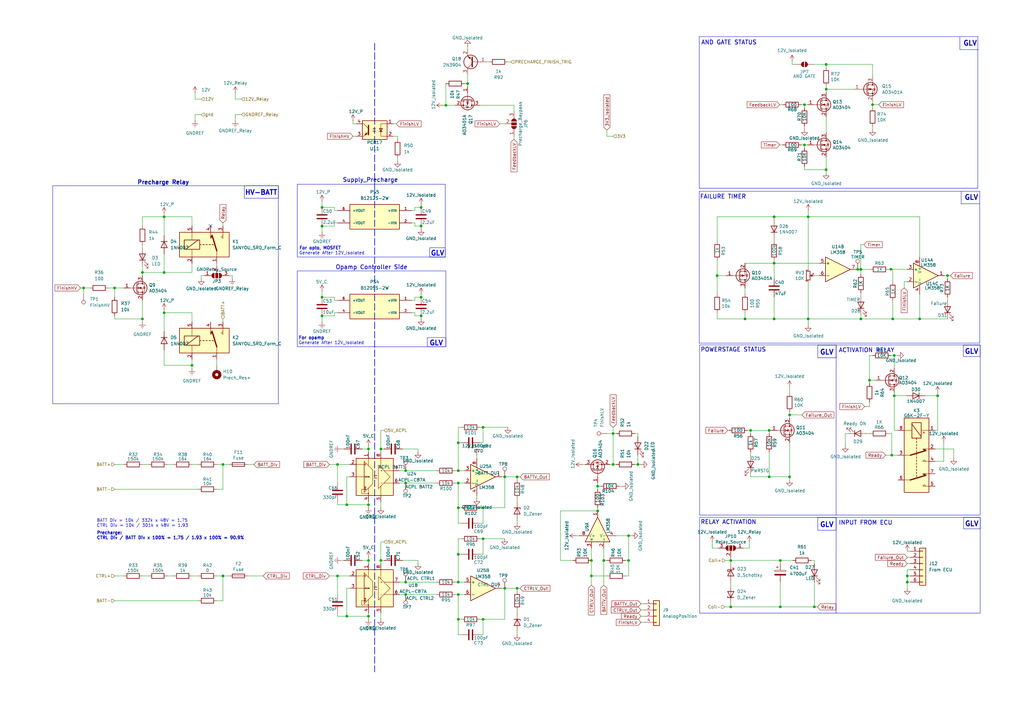
<source format=kicad_sch>
(kicad_sch (version 20250114) (generator "eeschema") (generator_version "9.0")
  (paper "A3")
  (rectangle (start 100.203 76.2) (end 114.173 81.28))
  (rectangle (start 395.1224 141.5288) (end 401.9804 146.2278))
  (rectangle (start 395.2017 212.22) (end 402.0597 216.919))
  (rectangle (start 286.9438 212.217) (end 402.0058 251.46))
  (rectangle (start 21.59 76.2) (end 114.173 165.608))
  (rectangle (start 121.92 75.565) (end 182.626 105.41))
  (rectangle (start 335.4324 212.2678) (end 342.9254 217.4748))
  (rectangle (start 335.4324 141.5288) (end 342.9254 146.7358))
  (rectangle (start 175.26 138.43) (end 182.88 142.24))
  (rectangle (start 121.92 111.125) (end 182.88 142.24))
  (rectangle (start 176.276 101.6) (end 182.626 105.41))
  (rectangle (start 286.9438 141.478) (end 402.0058 211.2518))
  (text "Opamp Controller Side" (at 152.4 110.744 0) (effects (font (size 1.7 1.7) (thickness 0.254) (bold yes)) (justify bottom)))
  (text "GLV" (at 395.5796 145.4658 0) (effects (font (size 2 2) (bold yes)) (justify left bottom)))
  (text "Generate After 12V_Isolated" (at 135.89 141.478 0) (effects (font (size 1.27 1.27)) (justify bottom)))
  (text "GLV" (at 176.022 141.986 0) (effects (font (size 2 2) (bold yes)) (justify left bottom)))
  (text "ACTIVATION RELAY" (at 343.916 144.78 0) (effects (font (size 1.7 1.7) (thickness 0.254) (bold yes)) (justify left bottom)))
  (text "For opto, MOSFET" (at 131.318 102.616 0) (effects (font (size 1.27 1.27) (thickness 0.254) (bold yes)) (justify bottom)))
  (text "Precharge Relay" (at 56.261 75.946 0) (effects (font (size 1.7 1.7) (bold yes)) (justify left bottom)))
  (text "Supply_Precharge" (at 151.892 74.93 0) (effects (font (size 1.7 1.7) (thickness 0.254) (bold yes)) (justify bottom)))
  (text "Precharge: \nCTRL Div / BATT Div x 100% = 1.75 / 1.93 x 100% = 90.9%" (at 39.624 219.71 0) (effects (font (size 1.27 1.27) (thickness 0.254) (bold yes)) (justify left)))
  (text "GLV" (at 395.478 82.296 0) (effects (font (size 2.0066 2.0066) (thickness 0.4013) (bold yes)) (justify left bottom)))
  (text "AND GATE STATUS" (at 287.528 18.542 0) (effects (font (size 1.7 1.7) (thickness 0.254) (bold yes)) (justify left bottom)))
  (text "GLV" (at 176.53 105.156 0) (effects (font (size 2 2) (bold yes)) (justify left bottom)))
  (text "GLV" (at 395.6589 216.157 0) (effects (font (size 2 2) (bold yes)) (justify left bottom)))
  (text "POWERSTAGE STATUS" (at 287.274 144.526 0) (effects (font (size 1.7 1.7) (thickness 0.254) (bold yes)) (justify left bottom)))
  (text "GLV" (at 336.1944 216.5096 0) (effects (font (size 2 2) (bold yes)) (justify left bottom)))
  (text "BATT Div = 10k / 332k x 48V = 1.75\nCTRL Div = 10k / 301k x 48V = 1.93\n" (at 39.624 214.63 0) (effects (font (size 1.27 1.27)) (justify left)))
  (text "RELAY ACTIVATION" (at 287.274 215.265 0) (effects (font (size 1.7 1.7) (thickness 0.254) (bold yes)) (justify left bottom)))
  (text "For opamp" (at 127.762 139.446 0) (effects (font (size 1.27 1.27) (thickness 0.254) (bold yes)) (justify bottom)))
  (text "FAILURE TIMER" (at 287.02 81.788 0) (effects (font (size 1.7 1.7) (thickness 0.254) (bold yes)) (justify left bottom)))
  (text "HV-BATT" (at 100.33 80.264 0) (effects (font (size 2 2) (bold yes)) (justify left bottom)))
  (text "INPUT FROM ECU" (at 343.916 215.519 0) (effects (font (size 1.7 1.7) (thickness 0.254) (bold yes)) (justify left bottom)))
  (text "GLV" (at 394.97 19.05 0) (effects (font (size 2.0066 2.0066) (thickness 0.4013) (bold yes)) (justify left bottom)))
  (text "GLV" (at 336.1944 145.7706 0) (effects (font (size 2 2) (bold yes)) (justify left bottom)))
  (text "Generate After 12V_Isolated" (at 136.144 104.648 0) (effects (font (size 1.27 1.27)) (justify bottom)))
  (junction (at 251.46 177.8))
  (junction (at 166.37 238.76))
  (junction (at 138.43 236.22))
  (junction (at 198.12 208.28))
  (junction (at 207.01 195.58))
  (junction (at 366.141 130.81))
  (junction (at 334.01 248.92))
  (junction (at 247.65 229.87))
  (junction (at 198.12 175.26))
  (junction (at 353.06 110.49))
  (junction (at 388.62 113.03))
  (junction (at 156.21 184.15))
  (junction (at 151.13 184.15))
  (junction (at 317.5 88.9))
  (junction (at 245.11 199.39))
  (junction (at 187.96 238.76))
  (junction (at 307.848 176.53))
  (junction (at 372.11 236.22))
  (junction (at 353.0854 110.49))
  (junction (at 166.37 198.12))
  (junction (at 151.13 207.01))
  (junction (at 261.62 190.5))
  (junction (at 251.46 190.5))
  (junction (at 351.79 110.49))
  (junction (at 315.468 195.58))
  (junction (at 156.21 229.87))
  (junction (at 377.19 130.81))
  (junction (at 317.5 130.81))
  (junction (at 91.44 190.5))
  (junction (at 151.13 229.87))
  (junction (at 138.43 190.5))
  (junction (at 187.96 198.12))
  (junction (at 172.72 85.09))
  (junction (at 317.5 107.95))
  (junction (at 187.96 254))
  (junction (at 67.31 111.76))
  (junction (at 357.886 42.926))
  (junction (at 187.96 181.61))
  (junction (at 142.24 252.73))
  (junction (at 338.836 26.416))
  (junction (at 166.37 243.84))
  (junction (at 365.379 110.4392))
  (junction (at 172.72 121.92))
  (junction (at 191.77 34.29))
  (junction (at 299.72 229.87))
  (junction (at 366.776 145.796))
  (junction (at 78.74 149.86))
  (junction (at 315.468 176.53))
  (junction (at 294.132 113.03))
  (junction (at 353.0854 130.81))
  (junction (at 323.85 195.58))
  (junction (at 132.08 129.54))
  (junction (at 242.57 229.87))
  (junction (at 207.01 241.3))
  (junction (at 67.31 88.9))
  (junction (at 242.57 236.22))
  (junction (at 329.946 42.926))
  (junction (at 142.24 207.01))
  (junction (at 320.04 229.87))
  (junction (at 331.47 88.9))
  (junction (at 132.08 92.71))
  (junction (at 198.12 254))
  (junction (at 257.81 219.71))
  (junction (at 257.81 229.87))
  (junction (at 132.08 121.92))
  (junction (at 245.11 209.55))
  (junction (at 46.99 118.11))
  (junction (at 187.96 193.04))
  (junction (at 338.836 69.596))
  (junction (at 58.42 130.81))
  (junction (at 58.42 111.76))
  (junction (at 67.31 128.27))
  (junction (at 91.44 236.22))
  (junction (at 320.04 248.92))
  (junction (at 172.72 92.71))
  (junction (at 187.96 227.33))
  (junction (at 305.562 130.81))
  (junction (at 132.08 85.09))
  (junction (at 187.96 243.84))
  (junction (at 366.776 162.306))
  (junction (at 329.946 59.436))
  (junction (at 187.96 208.28))
  (junction (at 384.556 162.306))
  (junction (at 151.13 252.73))
  (junction (at 172.72 129.54))
  (junction (at 372.11 238.76))
  (junction (at 198.12 220.98))
  (junction (at 338.836 36.576))
  (junction (at 212.09 241.3))
  (junction (at 356.616 155.956))
  (junction (at 212.09 195.58))
  (junction (at 166.37 193.04))
  (junction (at 182.88 43.18))
  (junction (at 331.47 130.81))
  (junction (at 323.85 170.18))
  (junction (at 299.72 248.92))
  (junction (at 365.76 186.69))
  (junction (at 34.29 118.11))
  (no_connect (at 86.36 92.71))
  (wire (pts (xy 261.62 177.8) (xy 261.62 179.07)))
  (wire (pts (xy 320.04 248.92) (xy 334.01 248.92)))
  (wire (pts (xy 156.21 222.25) (xy 156.21 229.87)))
  (wire (pts (xy 132.08 129.54) (xy 132.08 132.08)))
  (wire (pts (xy 156.21 176.53) (xy 157.48 176.53)))
  (wire (pts (xy 198.12 254) (xy 196.85 254)))
  (wire (pts (xy 163.068 55.88) (xy 161.29 55.88)))
  (wire (pts (xy 353.0854 121.3612) (xy 353.0854 120.0912)))
  (wire (pts (xy 190.5 34.29) (xy 191.77 34.29)))
  (wire (pts (xy 151.13 182.88) (xy 151.13 184.15)))
  (wire (pts (xy 212.09 241.3) (xy 213.36 241.3)))
  (wire (pts (xy 163.83 243.84) (xy 166.37 243.84)))
  (wire (pts (xy 366.141 130.81) (xy 377.19 130.81)))
  (wire (pts (xy 307.848 194.31) (xy 307.848 195.58)))
  (wire (pts (xy 338.836 64.516) (xy 338.836 69.596)))
  (wire (pts (xy 307.34 224.79) (xy 307.34 222.25)))
  (wire (pts (xy 323.85 195.58) (xy 323.85 196.85)))
  (wire (pts (xy 307.848 186.69) (xy 307.848 185.42)))
  (wire (pts (xy 132.08 121.92) (xy 132.08 119.38)))
  (polyline (pts (xy 394.208 83.566) (xy 401.828 83.566)))
  (wire (pts (xy 210.82 43.18) (xy 210.82 45.72)))
  (wire (pts (xy 297.434 229.87) (xy 299.72 229.87)))
  (wire (pts (xy 191.77 19.05) (xy 191.77 20.32)))
  (wire (pts (xy 328.676 42.926) (xy 329.946 42.926)))
  (wire (pts (xy 242.57 224.79) (xy 242.57 229.87)))
  (wire (pts (xy 329.946 69.596) (xy 338.836 69.596)))
  (wire (pts (xy 351.79 110.49) (xy 353.06 110.49)))
  (wire (pts (xy 46.99 130.81) (xy 58.42 130.81)))
  (wire (pts (xy 144.78 50.8) (xy 146.05 50.8)))
  (wire (pts (xy 338.836 70.866) (xy 338.836 69.596)))
  (wire (pts (xy 334.01 231.14) (xy 334.01 229.87)))
  (wire (pts (xy 198.12 208.28) (xy 196.85 208.28)))
  (wire (pts (xy 324.866 26.416) (xy 326.136 26.416)))
  (wire (pts (xy 88.9 147.32) (xy 88.9 149.86)))
  (wire (pts (xy 137.16 85.09) (xy 137.16 86.36)))
  (wire (pts (xy 207.01 241.3) (xy 212.09 241.3)))
  (wire (pts (xy 365.379 110.4392) (xy 366.141 110.4392)))
  (wire (pts (xy 144.78 55.88) (xy 146.05 55.88)))
  (wire (pts (xy 172.72 83.82) (xy 172.72 85.09)))
  (wire (pts (xy 96.52 40.64) (xy 99.06 40.64)))
  (wire (pts (xy 317.5 97.79) (xy 317.5 99.06)))
  (wire (pts (xy 186.69 238.76) (xy 187.96 238.76)))
  (wire (pts (xy 365.379 110.4392) (xy 370.84 110.49)))
  (wire (pts (xy 294.132 128.27) (xy 294.132 130.81)))
  (wire (pts (xy 142.24 195.58) (xy 142.24 207.01)))
  (wire (pts (xy 204.978 50.8) (xy 207.01 50.8)))
  (wire (pts (xy 372.11 228.6) (xy 373.38 228.6)))
  (wire (pts (xy 196.85 181.61) (xy 198.12 181.61)))
  (wire (pts (xy 252.73 177.8) (xy 251.46 177.8)))
  (wire (pts (xy 80.01 49.53) (xy 80.01 46.99)))
  (wire (pts (xy 307.848 176.53) (xy 315.468 176.53)))
  (wire (pts (xy 329.946 59.436) (xy 329.946 60.706)))
  (wire (pts (xy 151.13 252.73) (xy 151.13 254)))
  (wire (pts (xy 294.132 88.9) (xy 294.132 99.06)))
  (polyline (pts (xy 286.766 78.486) (xy 286.766 140.716)))
  (wire (pts (xy 338.836 48.006) (xy 338.836 54.356)))
  (wire (pts (xy 365.76 177.8) (xy 365.76 186.69)))
  (wire (pts (xy 331.47 88.9) (xy 377.19 88.9)))
  (wire (pts (xy 46.99 236.22) (xy 50.8 236.22)))
  (wire (pts (xy 377.19 120.65) (xy 377.19 130.81)))
  (wire (pts (xy 78.74 149.86) (xy 78.74 151.13)))
  (wire (pts (xy 370.84 115.57) (xy 370.84 118.11)))
  (wire (pts (xy 170.18 121.92) (xy 172.72 121.92)))
  (wire (pts (xy 356.616 155.956) (xy 356.616 145.796)))
  (wire (pts (xy 138.43 236.22) (xy 143.51 236.22)))
  (wire (pts (xy 372.11 231.14) (xy 373.38 231.14)))
  (wire (pts (xy 323.85 170.18) (xy 323.85 168.91)))
  (wire (pts (xy 338.836 27.686) (xy 338.836 26.416)))
  (wire (pts (xy 132.08 85.09) (xy 132.08 82.55)))
  (wire (pts (xy 80.01 46.99) (xy 82.55 46.99)))
  (wire (pts (xy 248.92 53.34) (xy 248.92 55.88)))
  (wire (pts (xy 334.01 248.92) (xy 335.28 248.92)))
  (wire (pts (xy 172.72 129.54) (xy 170.18 129.54)))
  (wire (pts (xy 156.21 185.42) (xy 156.21 184.15)))
  (wire (pts (xy 151.13 207.01) (xy 151.13 208.28)))
  (wire (pts (xy 354.33 100.33) (xy 353.06 100.33)))
  (wire (pts (xy 142.24 207.01) (xy 151.13 207.01)))
  (wire (pts (xy 371.856 162.306) (xy 366.776 162.306)))
  (wire (pts (xy 331.47 88.9) (xy 331.47 110.49)))
  (wire (pts (xy 67.31 111.76) (xy 67.31 104.14)))
  (wire (pts (xy 170.18 92.71) (xy 170.18 91.44)))
  (wire (pts (xy 163.068 64.77) (xy 163.068 66.04)))
  (wire (pts (xy 138.43 251.46) (xy 138.43 252.73)))
  (wire (pts (xy 58.42 190.5) (xy 60.96 190.5)))
  (wire (pts (xy 196.85 220.98) (xy 198.12 220.98)))
  (wire (pts (xy 142.24 241.3) (xy 142.24 252.73)))
  (wire (pts (xy 391.16 184.15) (xy 391.16 187.96)))
  (wire (pts (xy 365.76 177.8) (xy 364.49 177.8)))
  (wire (pts (xy 172.72 92.71) (xy 172.72 93.98)))
  (wire (pts (xy 260.35 190.5) (xy 261.62 190.5)))
  (wire (pts (xy 91.44 246.38) (xy 91.44 236.22)))
  (wire (pts (xy 357.886 31.496) (xy 357.886 26.416)))
  (wire (pts (xy 372.11 233.68) (xy 373.38 233.68)))
  (wire (pts (xy 357.886 42.926) (xy 357.886 44.196)))
  (wire (pts (xy 307.848 195.58) (xy 315.468 195.58)))
  (wire (pts (xy 257.81 236.22) (xy 257.81 229.87)))
  (wire (pts (xy 166.37 243.84) (xy 179.07 243.84)))
  (wire (pts (xy 161.29 50.8) (xy 162.56 50.8)))
  (wire (pts (xy 151.13 185.42) (xy 151.13 184.15)))
  (wire (pts (xy 299.72 229.87) (xy 320.04 229.87)))
  (wire (pts (xy 205.74 241.3) (xy 207.01 241.3)))
  (wire (pts (xy 315.468 177.8) (xy 315.468 176.53)))
  (wire (pts (xy 187.96 260.35) (xy 187.96 254)))
  (wire (pts (xy 137.16 86.36) (xy 138.43 86.36)))
  (wire (pts (xy 187.96 227.33) (xy 187.96 238.76)))
  (wire (pts (xy 171.45 184.15) (xy 165.1 184.15)))
  (wire (pts (xy 336.042 113.03) (xy 334.01 113.03)))
  (wire (pts (xy 198.12 260.35) (xy 198.12 254)))
  (wire (pts (xy 187.96 220.98) (xy 187.96 227.33)))
  (wire (pts (xy 319.786 42.926) (xy 321.056 42.926)))
  (wire (pts (xy 163.83 238.76) (xy 166.37 238.76)))
  (wire (pts (xy 140.97 229.87) (xy 139.7 229.87)))
  (wire (pts (xy 163.83 198.12) (xy 166.37 198.12)))
  (wire (pts (xy 245.11 200.66) (xy 245.11 199.39)))
  (wire (pts (xy 264.16 247.65) (xy 262.89 247.65)))
  (wire (pts (xy 366.776 145.796) (xy 368.046 145.796)))
  (wire (pts (xy 142.24 252.73) (xy 151.13 252.73)))
  (wire (pts (xy 78.74 236.22) (xy 81.28 236.22)))
  (wire (pts (xy 186.69 198.12) (xy 187.96 198.12)))
  (wire (pts (xy 137.16 128.27) (xy 138.43 128.27)))
  (wire (pts (xy 248.92 55.88) (xy 251.46 55.88)))
  (wire (pts (xy 187.96 214.63) (xy 187.96 208.28)))
  (wire (pts (xy 198.12 214.63) (xy 198.12 208.28)))
  (wire (pts (xy 315.468 176.53) (xy 316.23 176.53)))
  (wire (pts (xy 170.18 121.92) (xy 170.18 123.19)))
  (wire (pts (xy 189.23 208.28) (xy 187.96 208.28)))
  (wire (pts (xy 366.141 110.4392) (xy 366.141 115.6716)))
  (wire (pts (xy 156.21 251.46) (xy 156.21 254)))
  (wire (pts (xy 189.23 227.33) (xy 187.96 227.33)))
  (wire (pts (xy 189.23 175.26) (xy 187.96 175.26)))
  (wire (pts (xy 331.47 133.35) (xy 331.47 130.81)))
  (wire (pts (xy 187.96 238.76) (xy 190.5 238.76)))
  (wire (pts (xy 364.49 110.49) (xy 365.252 110.4392)))
  (wire (pts (xy 357.886 42.926) (xy 360.426 42.926)))
  (wire (pts (xy 88.9 107.95) (xy 88.9 109.22)))
  (wire (pts (xy 34.29 118.11) (xy 36.83 118.11)))
  (wire (pts (xy 372.11 236.22) (xy 372.11 238.76)))
  (wire (pts (xy 384.556 176.53) (xy 384.556 162.306)))
  (wire (pts (xy 212.09 241.3) (xy 212.09 242.57)))
  (wire (pts (xy 388.62 114.3) (xy 388.62 113.03)))
  (wire (pts (xy 96.52 38.1) (xy 96.52 40.64)))
  (wire (pts (xy 294.132 113.03) (xy 294.132 106.68)))
  (wire (pts (xy 370.84 115.57) (xy 372.11 115.57)))
  (wire (pts (xy 305.562 130.81) (xy 317.5 130.81)))
  (wire (pts (xy 137.16 92.71) (xy 137.16 91.44)))
  (wire (pts (xy 91.44 91.44) (xy 91.44 92.71)))
  (wire (pts (xy 356.616 157.226) (xy 356.616 155.956)))
  (wire (pts (xy 68.58 190.5) (xy 71.12 190.5)))
  (wire (pts (xy 78.74 190.5) (xy 81.28 190.5)))
  (wire (pts (xy 186.69 43.18) (xy 182.88 43.18)))
  (polyline (pts (xy 401.828 78.486) (xy 401.828 140.716)))
  (wire (pts (xy 166.37 238.76) (xy 179.07 238.76)))
  (wire (pts (xy 151.13 251.46) (xy 151.13 252.73)))
  (wire (pts (xy 306.578 176.53) (xy 307.848 176.53)))
  (wire (pts (xy 91.44 190.5) (xy 93.98 190.5)))
  (wire (pts (xy 353.0854 112.4712) (xy 353.0854 110.49)))
  (wire (pts (xy 170.18 85.09) (xy 170.18 86.36)))
  (wire (pts (xy 96.52 46.99) (xy 99.06 46.99)))
  (wire (pts (xy 319.786 59.436) (xy 321.056 59.436)))
  (wire (pts (xy 67.31 88.9) (xy 78.74 88.9)))
  (wire (pts (xy 207.01 195.58) (xy 207.01 208.28)))
  (wire (pts (xy 245.11 209.55) (xy 245.11 208.28)))
  (wire (pts (xy 346.71 182.88) (xy 346.71 177.8)))
  (wire (pts (xy 209.55 25.4) (xy 208.28 25.4)))
  (wire (pts (xy 132.08 92.71) (xy 137.16 92.71)))
  (wire (pts (xy 351.282 110.49) (xy 351.79 110.49)))
  (wire (pts (xy 383.54 184.15) (xy 391.16 184.15)))
  (wire (pts (xy 132.08 129.54) (xy 137.16 129.54)))
  (wire (pts (xy 307.848 176.53) (xy 307.848 177.8)))
  (wire (pts (xy 366.141 123.2916) (xy 366.141 130.81)))
  (wire (pts (xy 329.946 42.926) (xy 331.216 42.926)))
  (wire (pts (xy 357.886 41.656) (xy 357.886 42.926)))
  (wire (pts (xy 33.02 118.11) (xy 34.29 118.11)))
  (wire (pts (xy 151.13 231.14) (xy 151.13 229.87)))
  (wire (pts (xy 317.5 106.68) (xy 317.5 107.95)))
  (wire (pts (xy 323.85 181.61) (xy 323.85 195.58)))
  (wire (pts (xy 138.43 207.01) (xy 142.24 207.01)))
  (wire (pts (xy 171.45 185.42) (xy 171.45 184.15)))
  (wire (pts (xy 95.25 114.3) (xy 95.25 113.03)))
  (wire (pts (xy 151.13 228.6) (xy 151.13 229.87)))
  (wire (pts (xy 151.13 184.15) (xy 148.59 184.15)))
  (wire (pts (xy 372.11 236.22) (xy 373.38 236.22)))
  (wire (pts (xy 91.44 200.66) (xy 91.44 190.5)))
  (wire (pts (xy 372.11 238.76) (xy 373.38 238.76)))
  (wire (pts (xy 91.44 130.81) (xy 91.44 132.08)))
  (wire (pts (xy 357.886 26.416) (xy 338.836 26.416)))
  (wire (pts (xy 195.58 203.2) (xy 195.58 204.47)))
  (wire (pts (xy 46.99 190.5) (xy 50.8 190.5)))
  (wire (pts (xy 363.22 186.69) (xy 365.76 186.69)))
  (wire (pts (xy 299.72 247.65) (xy 299.72 248.92)))
  (wire (pts (xy 365.506 145.796) (xy 366.776 145.796)))
  (wire (pts (xy 189.23 181.61) (xy 187.96 181.61)))
  (wire (pts (xy 294.132 113.03) (xy 294.132 120.65)))
  (wire (pts (xy 305.562 107.95) (xy 317.5 107.95)))
  (wire (pts (xy 67.31 128.27) (xy 78.74 128.27)))
  (wire (pts (xy 298.45 176.53) (xy 298.958 176.53)))
  (wire (pts (xy 264.16 250.19) (xy 262.89 250.19)))
  (wire (pts (xy 182.88 34.29) (xy 182.88 43.18)))
  (wire (pts (xy 252.73 219.71) (xy 257.81 219.71)))
  (wire (pts (xy 305.562 120.65) (xy 305.562 118.11)))
  (wire (pts (xy 242.57 240.03) (xy 242.57 236.22)))
  (wire (pts (xy 238.76 190.5) (xy 240.03 190.5)))
  (wire (pts (xy 143.51 241.3) (xy 142.24 241.3)))
  (wire (pts (xy 67.31 149.86) (xy 67.31 143.51)))
  (wire (pts (xy 170.18 123.19) (xy 168.91 123.19)))
  (wire (pts (xy 140.97 184.15) (xy 139.7 184.15)))
  (wire (pts (xy 34.29 118.11) (xy 34.29 120.65)))
  (wire (pts (xy 182.88 43.18) (xy 181.61 43.18)))
  (wire (pts (xy 78.74 88.9) (xy 78.74 92.71)))
  (wire (pts (xy 234.95 229.87) (xy 229.87 229.87)))
  (wire (pts (xy 387.096 189.23) (xy 383.54 189.23)))
  (wire (pts (xy 261.62 190.5) (xy 261.62 186.69)))
  (wire (pts (xy 171.45 229.87) (xy 165.1 229.87)))
  (wire (pts (xy 388.62 113.03) (xy 389.89 113.03)))
  (wire (pts (xy 212.09 195.58) (xy 213.36 195.58)))
  (wire (pts (xy 187.96 243.84) (xy 190.5 243.84)))
  (wire (pts (xy 138.43 252.73) (xy 142.24 252.73)))
  (wire (pts (xy 46.99 129.54) (xy 46.99 130.81)))
  (wire (pts (xy 247.65 229.87) (xy 247.65 224.79)))
  (wire (pts (xy 373.38 226.06) (xy 372.11 226.06)))
  (wire (pts (xy 257.81 229.87) (xy 257.81 219.71)))
  (wire (pts (xy 346.71 177.8) (xy 347.98 177.8)))
  (wire (pts (xy 156.21 222.25) (xy 157.48 222.25)))
  (wire (pts (xy 356.616 166.751) (xy 356.616 164.846)))
  (wire (pts (xy 229.87 209.55) (xy 245.11 209.55)))
  (wire (pts (xy 353.0854 110.49) (xy 356.87 110.49)))
  (wire (pts (xy 205.74 195.58) (xy 207.01 195.58)))
  (wire (pts (xy 198.12 220.98) (xy 207.01 220.98)))
  (wire (pts (xy 328.676 59.436) (xy 329.946 59.436)))
  (wire (pts (xy 58.42 236.22) (xy 60.96 236.22)))
  (wire (pts (xy 331.47 115.57) (xy 331.47 130.81)))
  (wire (pts (xy 329.946 44.196) (xy 329.946 42.926)))
  (wire (pts (xy 292.1 224.79) (xy 294.64 224.79)))
  (wire (pts (xy 68.58 236.22) (xy 71.12 236.22)))
  (wire (pts (xy 255.27 199.39) (xy 254 199.39)))
  (wire (pts (xy 91.44 190.5) (xy 88.9 190.5)))
  (wire (pts (xy 58.42 100.33) (xy 58.42 101.6)))
  (wire (pts (xy 259.08 219.71) (xy 257.81 219.71)))
  (wire (pts (xy 366.776 145.796) (xy 366.776 150.876)))
  (wire (pts (xy 198.12 181.61) (xy 198.12 175.26)))
  (wire (pts (xy 200.66 25.4) (xy 199.39 25.4)))
  (wire (pts (xy 67.31 128.27) (xy 67.31 135.89)))
  (wire (pts (xy 198.12 208.28) (xy 207.01 208.28)))
  (wire (pts (xy 317.5 130.81) (xy 331.47 130.81)))
  (polyline (pts (xy 342.9254 212.2678) (xy 342.9 251.46)))
  (wire (pts (xy 252.73 190.5) (xy 251.46 190.5)))
  (wire (pts (xy 156.21 229.87) (xy 157.48 229.87)))
  (wire (pts (xy 356.616 155.956) (xy 359.156 155.956)))
  (wire (pts (xy 356.616 145.796) (xy 357.886 145.796)))
  (wire (pts (xy 372.11 238.76) (xy 372.11 241.3)))
  (wire (pts (xy 196.85 175.26) (xy 198.12 175.26)))
  (wire (pts (xy 338.836 36.576) (xy 338.836 37.846)))
  (wire (pts (xy 198.12 227.33) (xy 198.12 220.98)))
  (wire (pts (xy 387.096 181.356) (xy 387.096 189.23)))
  (wire (pts (xy 366.776 176.53) (xy 368.3 176.53)))
  (wire (pts (xy 135.128 190.5) (xy 138.43 190.5)))
  (wire (pts (xy 372.11 233.68) (xy 372.11 236.22)))
  (wire (pts (xy 353.06 110.49) (xy 353.0854 110.49)))
  (wire (pts (xy 189.23 260.35) (xy 187.96 260.35)))
  (polyline (pts (xy 153.67 17.78) (xy 153.67 275.59)) (stroke (width 0.254) (type dash)))
  (wire (pts (xy 58.42 132.08) (xy 58.42 130.81)))
  (wire (pts (xy 196.85 43.18) (xy 210.82 43.18)))
  (wire (pts (xy 317.5 107.95) (xy 336.042 107.95)))
  (wire (pts (xy 170.18 91.44) (xy 168.91 91.44)))
  (wire (pts (xy 323.85 158.75) (xy 323.85 161.29)))
  (wire (pts (xy 388.62 121.92) (xy 388.62 123.19)))
  (wire (pts (xy 138.43 190.5) (xy 138.43 198.12)))
  (wire (pts (xy 338.836 26.416) (xy 333.756 26.416)))
  (wire (pts (xy 189.23 254) (xy 187.96 254)))
  (wire (pts (xy 207.01 195.58) (xy 212.09 195.58)))
  (wire (pts (xy 187.96 193.04) (xy 190.5 193.04)))
  (wire (pts (xy 379.476 162.306) (xy 384.556 162.306)))
  (wire (pts (xy 294.132 130.81) (xy 305.562 130.81)))
  (wire (pts (xy 67.31 88.9) (xy 58.42 88.9)))
  (wire (pts (xy 315.468 195.58) (xy 315.468 185.42)))
  (wire (pts (xy 137.16 123.19) (xy 138.43 123.19)))
  (wire (pts (xy 187.96 208.28) (xy 187.96 198.12)))
  (wire (pts (xy 137.16 91.44) (xy 138.43 91.44)))
  (wire (pts (xy 331.47 130.81) (xy 353.0854 130.81)))
  (wire (pts (xy 58.42 123.19) (xy 58.42 130.81)))
  (wire (pts (xy 366.776 161.036) (xy 366.776 162.306)))
  (wire (pts (xy 305.562 128.27) (xy 305.562 130.81)))
  (wire (pts (xy 88.9 246.38) (xy 91.44 246.38)))
  (wire (pts (xy 151.13 205.74) (xy 151.13 207.01)))
  (wire (pts (xy 242.57 236.22) (xy 248.92 236.22)))
  (wire (pts (xy 245.11 199.39) (xy 245.11 198.12)))
  (wire (pts (xy 334.01 229.87) (xy 332.74 229.87)))
  (wire (pts (xy 143.51 195.58) (xy 142.24 195.58)))
  (wire (pts (xy 170.18 129.54) (xy 170.18 128.27)))
  (wire (pts (xy 323.85 170.18) (xy 328.93 170.18)))
  (wire (pts (xy 377.19 88.9) (xy 377.19 105.41)))
  (wire (pts (xy 101.6 236.22) (xy 107.95 236.22)))
  (wire (pts (xy 196.85 260.35) (xy 198.12 260.35)))
  (wire (pts (xy 82.55 113.03) (xy 82.55 114.3)))
  (wire (pts (xy 58.42 88.9) (xy 58.42 92.71)))
  (wire (pts (xy 329.946 53.086) (xy 329.946 51.816)))
  (polyline (pts (xy 394.208 78.486) (xy 394.208 83.566)))
  (wire (pts (xy 156.21 184.15) (xy 157.48 184.15)))
  (wire (pts (xy 58.42 111.76) (xy 67.31 111.76)))
  (wire (pts (xy 353.0854 128.9812) (xy 353.0854 130.81)))
  (wire (pts (xy 246.38 199.39) (xy 245.11 199.39)))
  (wire (pts (xy 356.87 177.8) (xy 355.6 177.8)))
  (wire (pts (xy 189.23 214.63) (xy 187.96 214.63)))
  (wire (pts (xy 212.09 259.08) (xy 212.09 260.35)))
  (wire (pts (xy 46.99 118.11) (xy 46.99 121.92)))
  (wire (pts (xy 353.0854 130.81) (xy 366.141 130.81)))
  (wire (pts (xy 196.85 214.63) (xy 198.12 214.63)))
  (wire (pts (xy 58.42 111.76) (xy 58.42 113.03)))
  (wire (pts (xy 170.18 128.27) (xy 168.91 128.27)))
  (wire (pts (xy 329.946 59.436) (xy 331.216 59.436)))
  (polyline (pts (xy 286.766 78.486) (xy 401.828 78.486)))
  (wire (pts (xy 83.82 113.03) (xy 82.55 113.03)))
  (wire (pts (xy 251.46 190.5) (xy 250.19 190.5)))
  (wire (pts (xy 170.18 85.09) (xy 172.72 85.09)))
  (wire (pts (xy 338.836 36.576) (xy 350.266 36.576)))
  (wire (pts (xy 78.74 147.32) (xy 78.74 149.86)))
  (wire (pts (xy 384.556 161.036) (xy 384.556 162.306)))
  (wire (pts (xy 156.21 205.74) (xy 156.21 208.28)))
  (wire (pts (xy 292.1 222.25) (xy 292.1 224.79)))
  (wire (pts (xy 212.09 205.74) (xy 212.09 204.47)))
  (wire (pts (xy 294.132 88.9) (xy 317.5 88.9)))
  (wire (pts (xy 78.74 111.76) (xy 67.31 111.76)))
  (wire (pts (xy 377.19 130.81) (xy 388.62 130.81)))
  (wire (pts (xy 144.78 49.53) (xy 144.78 50.8)))
  (polyline (pts (xy 286.766 14.986) (xy 401.32 14.986)))
  (wire (pts (xy 138.43 236.22) (xy 138.43 243.84)))
  (wire (pts (xy 212.09 213.36) (xy 212.09 214.63)))
  (wire (pts (xy 294.132 113.03) (xy 297.942 113.03)))
  (wire (pts (xy 387.35 113.03) (xy 388.62 113.03)))
  (wire (pts (xy 46.99 200.66) (xy 81.28 200.66)))
  (wire (pts (xy 299.72 238.76) (xy 299.72 240.03)))
  (wire (pts (xy 163.83 193.04) (xy 166.37 193.04)))
  (wire (pts (xy 46.99 118.11) (xy 44.45 118.11)))
  (wire (pts (xy 317.5 88.9) (xy 317.5 90.17)))
  (wire (pts (xy 132.08 121.92) (xy 137.16 121.92)))
  (wire (pts (xy 163.068 57.15) (xy 163.068 55.88)))
  (wire (pts (xy 323.85 171.45) (xy 323.85 170.18)))
  (wire (pts (xy 78.74 107.95) (xy 78.74 111.76)))
  (wire (pts (xy 187.96 198.12) (xy 190.5 198.12)))
  (wire (pts (xy 187.96 181.61) (xy 187.96 193.04)))
  (wire (pts (xy 156.21 176.53) (xy 156.21 184.15)))
  (wire (pts (xy 329.946 69.596) (xy 329.946 68.326)))
  (wire (pts (xy 137.16 129.54) (xy 137.16 128.27)))
  (wire (pts (xy 46.99 246.38) (xy 81.28 246.38)))
  (wire (pts (xy 187.96 254) (xy 187.96 243.84)))
  (wire (pts (xy 324.866 26.416) (xy 324.866 25.146)))
  (wire (pts (xy 299.72 248.92) (xy 320.04 248.92)))
  (wire (pts (xy 80.01 40.64) (xy 82.55 40.64)))
  (wire (pts (xy 170.18 86.36) (xy 168.91 86.36)))
  (wire (pts (xy 58.42 109.22) (xy 58.42 111.76)))
  (wire (pts (xy 166.37 193.04) (xy 179.07 193.04)))
  (wire (pts (xy 207.01 254) (xy 207.01 241.3)))
  (wire (pts (xy 299.72 228.6) (xy 299.72 229.87)))
  (wire (pts (xy 251.46 177.8) (xy 251.46 190.5)))
  (wire (pts (xy 315.468 195.58) (xy 323.85 195.58)))
  (polyline (pts (xy 393.7 20.32) (xy 401.32 20.32)))
  (wire (pts (xy 67.31 87.63) (xy 67.31 88.9)))
  (wire (pts (xy 212.09 251.46) (xy 212.09 250.19)))
  (wire (pts (xy 195.58 186.69) (xy 195.58 187.96)))
  (wire (pts (xy 247.65 229.87) (xy 248.92 229.87)))
  (wire (pts (xy 256.54 229.87) (xy 257.81 229.87)))
  (wire (pts (xy 196.85 227.33) (xy 198.12 227.33)))
  (wire (pts (xy 138.43 205.74) (xy 138.43 207.01)))
  (wire (pts (xy 67.31 88.9) (xy 67.31 96.52)))
  (wire (pts (xy 366.776 162.306) (xy 366.776 176.53)))
  (wire (pts (xy 191.77 34.29) (xy 191.77 35.56)))
  (wire (pts (xy 365.76 186.69) (xy 368.3 186.69)))
  (wire (pts (xy 78.74 149.86) (xy 67.31 149.86)))
  (wire (pts (xy 331.47 86.36) (xy 331.47 88.9)))
  (wire (pts (xy 256.54 236.22) (xy 257.81 236.22)))
  (wire (pts (xy 186.69 193.04) (xy 187.96 193.04)))
  (wire (pts (xy 198.12 175.26) (xy 208.28 175.26)))
  (wire (pts (xy 135.128 236.22) (xy 138.43 236.22)))
  (wire (pts (xy 264.16 255.27) (xy 262.89 255.27)))
  (polyline (pts (xy 286.766 77.216) (xy 401.066 77.216)))
  (wire (pts (xy 338.836 35.306) (xy 338.836 36.576)))
  (wire (pts (xy 299.72 248.92) (xy 297.18 248.92)))
  (wire (pts (xy 80.01 38.1) (xy 80.01 40.64)))
  (wire (pts (xy 187.96 175.26) (xy 187.96 181.61)))
  (wire (pts (xy 353.06 100.33) (xy 353.06 110.49)))
  (wire (pts (xy 189.23 220.98) (xy 187.96 220.98)))
  (polyline (pts (xy 342.9254 141.5288) (xy 342.9 211.201)))
  (wire (pts (xy 229.87 229.87) (xy 229.87 209.55)))
  (wire (pts (xy 334.01 238.76) (xy 334.01 248.92)))
  (wire (pts (xy 251.46 177.8) (xy 251.46 175.26)))
  (wire (pts (xy 299.72 231.14) (xy 299.72 229.87)))
  (wire (pts (xy 171.45 231.14) (xy 171.45 229.87)))
  (wire (pts (xy 96.52 49.53) (xy 96.52 46.99)))
  (wire (pts (xy 91.44 236.22) (xy 93.98 236.22)))
  (wire (pts (xy 91.44 236.22) (xy 88.9 236.22)))
  (wire (pts (xy 242.57 229.87) (xy 242.57 236.22)))
  (wire (pts (xy 236.22 219.71) (xy 237.49 219.71)))
  (wire (pts (xy 172.72 120.65) (xy 172.72 121.92)))
  (wire (pts (xy 172.72 129.54) (xy 172.72 130.81)))
  (wire (pts (xy 138.43 190.5) (xy 143.51 190.5)))
  (polyline (pts (xy 401.066 15.24) (xy 401.066 77.216)))
  (wire (pts (xy 304.8 224.79) (xy 307.34 224.79)))
  (wire (pts (xy 50.8 118.11) (xy 46.99 118.11)))
  (wire (pts (xy 261.62 190.5) (xy 262.89 190.5)))
  (wire (pts (xy 264.16 252.73) (xy 262.89 252.73)))
  (wire (pts (xy 383.54 176.53) (xy 384.556 176.53)))
  (wire (pts (xy 365.252 110.4392) (xy 365.379 110.4392)))
  (wire (pts (xy 317.5 121.92) (xy 317.5 130.81)))
  (wire (pts (xy 357.886 51.816) (xy 357.886 53.086)))
  (wire (pts (xy 95.25 113.03) (xy 93.98 113.03)))
  (wire (pts (xy 166.37 198.12) (xy 179.07 198.12)))
  (wire (pts (xy 210.82 55.88) (xy 210.82 57.15)))
  (wire (pts (xy 320.04 229.87) (xy 320.04 231.14)))
  (wire (pts (xy 198.12 254) (xy 207.01 254)))
  (wire (pts (xy 156.21 231.14) (xy 156.21 229.87)))
  (wire (pts (xy 261.62 177.8) (xy 260.35 177.8)))
  (wire (pts (xy 172.72 92.71) (xy 170.18 92.71)))
  (wire (pts (xy 317.5 88.9) (xy 331.47 88.9)))
  (wire (pts (xy 132.08 85.09) (xy 137.16 85.09)))
  (wire (pts (xy 320.04 238.76) (xy 320.04 248.92)))
  (wire (pts (xy 67.31 127) (xy 67.31 128.27)))
  (wire (pts (xy 88.9 200.66) (xy 91.44 200.66)))
  (wire (pts (xy 191.77 30.48) (xy 191.77 34.29)))
  (polyline (pts (xy 286.766 140.716) (xy 401.828 140.716)))
  (wire (pts (xy 354.584 166.751) (xy 356.616 166.751)))
  (polyline (pts (xy 286.766 14.986) (xy 286.766 77.216)))
  (wire (pts (xy 78.74 128.27) (xy 78.74 132.08)))
  (wire (pts (xy 317.5 107.95) (xy 317.5 114.3)))
  (wire (pts (xy 320.04 229.87) (xy 325.12 229.87)))
  (wire (pts (xy 137.16 121.92) (xy 137.16 123.19)))
  (wire (pts (xy 370.84 110.49) (xy 372.11 110.49)))
  (wire (pts (xy 132.08 92.71) (xy 132.08 95.25)))
  (wire (pts (xy 151.13 229.87) (xy 148.59 229.87)))
  (wire (pts (xy 186.69 243.84) (xy 187.96 243.84)))
  (wire (pts (xy 247.65 240.03) (xy 247.65 229.87)))
  (wire (pts (xy 248.92 177.8) (xy 251.46 177.8)))
  (polyline (pts (xy 393.7 15.24) (xy 393.7 20.32)))
  (wire (pts (xy 212.09 196.85) (xy 212.09 195.58)))
  (wire (pts (xy 101.6 190.5) (xy 104.14 190.5)))
  (global_label "FeedbackLV" (shape input) (at 210.82 57.15 270) (property "Intersheetrefs" "${INTERSHEET_REFS}" (effects (hide yes))))
  (global_label "FeedbackLV" (shape input) (at 319.786 42.926 180) (property "Intersheetrefs" "${INTERSHEET_REFS}" (effects (hide yes))))
  (global_label "Ready" (shape input) (at 262.89 252.73 180) (property "Intersheetrefs" "${INTERSHEET_REFS}" (effects (hide yes))))
  (global_label "FinishHV" (shape input) (at 33.02 118.11 180) (property "Intersheetrefs" "${INTERSHEET_REFS}" (effects (hide yes))))
  (global_label "Failure_Out" (shape input) (at 328.93 170.18 0) (property "Intersheetrefs" "${INTERSHEET_REFS}" (effects (hide yes))))
  (global_label "FinishLV" (shape input) (at 360.426 42.926 0) (property "Intersheetrefs" "${INTERSHEET_REFS}" (effects (hide yes))))
  (global_label "BATTV_Out" (shape input) (at 213.36 195.58 0) (property "Intersheetrefs" "${INTERSHEET_REFS}" (effects (hide yes))))
  (global_label "CTRL_Div" (shape input) (at 107.95 236.22 0) (property "Intersheetrefs" "${INTERSHEET_REFS}" (effects (hide yes))))
  (global_label "BATTV_Out" (shape input) (at 262.89 247.65 180) (property "Intersheetrefs" "${INTERSHEET_REFS}" (effects (hide yes))))
  (global_label "CTRL_Div" (shape input) (at 135.128 236.22 180) (property "Intersheetrefs" "${INTERSHEET_REFS}" (effects (hide yes))))
  (global_label "BATT_Div" (shape input) (at 135.128 190.5 180) (property "Intersheetrefs" "${INTERSHEET_REFS}" (effects (hide yes))))
  (global_label "FinishLV" (shape input) (at 162.56 50.8 0) (property "Intersheetrefs" "${INTERSHEET_REFS}" (effects (hide yes))))
  (global_label "Failure" (shape input) (at 298.45 176.53 180) (property "Intersheetrefs" "${INTERSHEET_REFS}" (effects (hide yes))))
  (global_label "FinishLV" (shape input) (at 354.584 166.751 180) (property "Intersheetrefs" "${INTERSHEET_REFS}" (effects (hide yes))))
  (global_label "3V3_Isolated" (shape input) (at 248.92 53.34 90) (property "Intersheetrefs" "${INTERSHEET_REFS}" (effects (hide yes))))
  (global_label "FeedbackLV" (shape input) (at 251.46 175.26 90) (property "Intersheetrefs" "${INTERSHEET_REFS}" (effects (hide yes))))
  (global_label "Ready" (shape input) (at 363.22 186.69 180) (property "Intersheetrefs" "${INTERSHEET_REFS}" (effects (hide yes))))
  (global_label "Timer" (shape input) (at 354.33 100.33 0) (property "Intersheetrefs" "${INTERSHEET_REFS}" (effects (hide yes))))
  (global_label "Ready" (shape input) (at 372.11 231.14 180) (property "Intersheetrefs" "${INTERSHEET_REFS}" (effects (hide yes))))
  (global_label "FinishLV" (shape input) (at 204.978 50.8 180) (property "Intersheetrefs" "${INTERSHEET_REFS}" (effects (hide yes))))
  (global_label "CTRLV_Out" (shape input) (at 242.57 240.03 270) (property "Intersheetrefs" "${INTERSHEET_REFS}" (effects (hide yes))))
  (global_label "FinishLV" (shape input) (at 262.89 255.27 180) (property "Intersheetrefs" "${INTERSHEET_REFS}" (effects (hide yes))))
  (global_label "BATT_Div" (shape input) (at 104.14 190.5 0) (property "Intersheetrefs" "${INTERSHEET_REFS}" (effects (hide yes))))
  (global_label "Timer" (shape input) (at 319.786 59.436 180) (property "Intersheetrefs" "${INTERSHEET_REFS}" (effects (hide yes))))
  (global_label "Relay" (shape input) (at 335.28 248.92 0) (property "Intersheetrefs" "${INTERSHEET_REFS}" (effects (hide yes))))
  (global_label "Failure_Out" (shape input) (at 372.11 228.6 180) (property "Intersheetrefs" "${INTERSHEET_REFS}" (effects (hide yes))))
  (global_label "FinishLV" (shape input) (at 370.84 118.11 270) (property "Intersheetrefs" "${INTERSHEET_REFS}" (effects (hide yes))))
  (global_label "BATTV_Out" (shape input) (at 247.65 240.03 270) (property "Intersheetrefs" "${INTERSHEET_REFS}" (effects (hide yes))))
  (global_label "Relay" (shape input) (at 91.44 91.44 90) (property "Intersheetrefs" "${INTERSHEET_REFS}" (effects (hide yes))))
  (global_label "FinishHV" (shape input) (at 144.78 55.88 180) (property "Intersheetrefs" "${INTERSHEET_REFS}" (effects (hide yes))))
  (global_label "CTRLV_Out" (shape input) (at 262.89 250.19 180) (property "Intersheetrefs" "${INTERSHEET_REFS}" (effects (hide yes))))
  (global_label "CTRLV_Out" (shape input) (at 213.36 241.3 0) (property "Intersheetrefs" "${INTERSHEET_REFS}" (effects (hide yes))))
  (global_label "Failure" (shape input) (at 389.89 113.03 0) (property "Intersheetrefs" "${INTERSHEET_REFS}" (effects (hide yes))))
  (hierarchical_label "BATT+" (shape input) (at 46.99 190.5 180))
  (hierarchical_label "5V_ACPL" (shape input) (at 157.48 222.25 0))
  (hierarchical_label "BATT-" (shape input) (at 46.99 200.66 180))
  (hierarchical_label "12V_Relay" (shape input) (at 99.06 40.64 0))
  (hierarchical_label "CTRL+" (shape input) (at 46.99 236.22 180))
  (hierarchical_label "PRECHARGE_FINISH_TRIG" (shape input) (at 209.55 25.4 0))
  (hierarchical_label "3V3" (shape input) (at 251.46 55.88 0))
  (hierarchical_label "BATT-" (shape input) (at 46.99 246.38 180))
  (hierarchical_label "gnd" (shape input) (at 82.55 46.99 0))
  (hierarchical_label "GNDREF_Relay" (shape input) (at 99.06 46.99 0))
  (hierarchical_label "BATT+" (shape input) (at 91.44 130.81 90))
  (hierarchical_label "5V_ACPL" (shape input) (at 157.48 176.53 0))
  (hierarchical_label "Coil-" (shape input) (at 297.18 248.92 180))
  (hierarchical_label "Coil+" (shape input) (at 297.434 229.87 180))
  (hierarchical_label "12V" (shape input) (at 82.55 40.64 0))
  (symbol (lib_id "Device:Fuse") (at 97.79 190.5 270) (unit 1)
    (property "Reference" "F11" (at 97.79 185.4962 90))
    (property "Value" "Fuse" (at 97.79 187.8076 90))
    (property "Footprint" "Fuse:Fuse_2512_6332Metric" (effects (hide yes)))
  )
  (symbol (lib_id "Device:R") (at 324.866 42.926 90) (unit 1)
    (property "Reference" "R68" (at 326.898 44.958 90) (effects (justify left)))
    (property "Value" "100" (at 326.898 42.926 90) (effects (justify left)))
    (property "Footprint" "Resistor_SMD:R_0805_2012Metric_Pad1.20x1.40mm_HandSolder" (effects (hide yes)))
  )
  (symbol (lib_id "Relay:SANYOU_SRD_Form_C") (at 83.82 139.7 0) (unit 1)
    (property "Reference" "K2" (at 95.25 138.4299 0) (effects (justify left)))
    (property "Value" "SANYOU_SRD_Form_C" (at 95.25 140.9699 0) (effects (justify left)))
    (property "Footprint" "Relay_THT:Relay_SPDT_SANYOU_SRD_Series_Form_C" (effects (hide yes)))
    (property "Datasheet" "http://www.sanyourelay.ca/public/products/pdf/SRD.pdf" (effects (hide yes)))
    (property "Description" "Sanyo SRD relay, Single Pole Miniature Power Relay," (effects (hide yes)))
  )
  (symbol (lib_id "Device:C") (at 138.43 201.93 0) (unit 1)
    (property "Reference" "C66" (at 134.62 200.152 0) (effects (justify left)))
    (property "Value" "330pF" (at 132.334 203.962 0) (effects (justify left)))
    (property "Footprint" "Capacitor_SMD:C_0805_2012Metric" (effects (hide yes)))
    (property "Description" "Unpolarized capacitor" (effects (hide yes)))
  )
  (symbol (lib_id "Transistor_FET:2N7002") (at 364.236 155.956 0) (mirror x) (unit 1)
    (property "Reference" "Q12" (at 370.586 154.94 0))
    (property "Value" "AO3404" (at 372.364 156.972 0))
    (property "Footprint" "Package_TO_SOT_SMD:SOT-23_Handsoldering" (effects (hide yes)))
    (property "Datasheet" "https://www.onsemi.com/pub/Collateral/NDS7002A-D.PDF" (effects (hide yes)))
  )
  (symbol (lib_id "Device:R") (at 58.42 96.52 180) (unit 1)
    (property "Reference" "R44" (at 60.96 95.2499 0) (effects (justify right)))
    (property "Value" "1k" (at 60.96 97.7899 0) (effects (justify right)))
    (property "Footprint" "Resistor_SMD:R_0805_2012Metric" (effects (hide yes)))
    (property "Description" "Resistor" (effects (hide yes)))
  )
  (symbol (lib_id "Isolator_Analog:ACPL-C87A") (at 153.67 241.3 0) (unit 1)
    (property "Reference" "U18" (at 169.418 240.03 0))
    (property "Value" "ACPL-C87A" (at 169.418 242.57 0))
    (property "Footprint" "Package_SO:SSO-8_6.8x5.9mm_P1.27mm_Clearance8mm" (effects (hide yes)))
    (property "Datasheet" "www.avagotech.com/docs/AV02-3563EN" (effects (hide yes)))
    (property "Description" "Precision Optycally Isolated Voltage Sensor, ±1% Gain Tolerance, Bandwidth 100kHz, SSO-8" (effects (hide yes)))
  )
  (symbol (lib_id "Device:R") (at 54.61 190.5 90) (unit 1)
    (property "Reference" "R32" (at 54.61 186.436 90))
    (property "Value" "150k" (at 54.61 188.214 90))
    (property "Footprint" "Resistor_SMD:R_1206_3216Metric" (effects (hide yes)))
    (property "Description" "Resistor" (effects (hide yes)))
  )
  (symbol (lib_id "power:+48V") (at 236.22 219.71 90) (unit 1)
    (property "Reference" "#PWR0174" (effects (hide yes)))
    (property "Value" "12V_Isolated" (at 232.41 219.71 0))
    (property "Description" "Power symbol creates a global label with name \"+48V\"" (effects (hide yes)))
  )
  (symbol (lib_id "Device:LED") (at 58.42 105.41 90) (unit 1)
    (property "Reference" "D3" (at 62.23 105.7274 90) (effects (justify right)))
    (property "Value" "LED" (at 62.23 108.2674 90) (effects (justify right)))
    (property "Footprint" "LED_SMD:LED_0805_2012Metric_Pad1.15x1.40mm_HandSolder" (effects (hide yes)))
    (property "Description" "Light emitting diode" (effects (hide yes)))
  )
  (symbol (lib_id "power:+48V") (at 67.31 127 0) (unit 1)
    (property "Reference" "#PWR0120" (effects (hide yes)))
    (property "Value" "12V_P" (at 65.532 123.19 0) (effects (justify left)))
    (property "Description" "Power symbol creates a global label with name \"+48V\"" (effects (hide yes)))
  )
  (symbol (lib_id "power:GND") (at 172.72 130.81 0) (unit 1)
    (property "Reference" "#PWR0159" (effects (hide yes)))
    (property "Value" "GND_Isolated" (at 172.72 134.62 0))
    (property "Description" "Power symbol creates a global label with name \"GND\" , ground" (effects (hide yes)))
  )
  (symbol (lib_id "power:GND") (at 191.77 19.05 180) (unit 1)
    (property "Reference" "#PWR061" (effects (hide yes)))
    (property "Value" "GND_Isolated" (at 191.77 15.494 0))
    (property "Description" "Power symbol creates a global label with name \"GND\" , ground" (effects (hide yes)))
  )
  (symbol (lib_id "Connector:TestPoint") (at 248.92 177.8 90) (unit 1)
    (property "Reference" "TP4" (at 244.3479 175.26 0) (effects (justify left)))
    (property "Value" "FinishLV" (at 246.8879 175.26 0) (effects (justify left)))
    (property "Footprint" "TestPoint:TestPoint_THTPad_2.0x2.0mm_Drill1.0mm" (effects (hide yes)))
    (property "Description" "test point" (effects (hide yes)))
  )
  (symbol (lib_id "power:+48V") (at 172.72 120.65 0) (unit 1)
    (property "Reference" "#PWR0158" (effects (hide yes)))
    (property "Value" "12V_Isolated" (at 172.72 116.84 0))
    (property "Description" "Power symbol creates a global label with name \"+48V\"" (effects (hide yes)))
  )
  (symbol (lib_id "Device:C") (at 132.08 88.9 0) (unit 1)
    (property "Reference" "C50" (at 132.334 86.614 0) (effects (justify left)))
    (property "Value" "2.2uF" (at 132.334 91.186 0) (effects (justify left)))
    (property "Footprint" "Capacitor_SMD:C_0805_2012Metric" (effects (hide yes)))
    (property "Description" "Unpolarized capacitor" (effects (hide yes)))
  )
  (symbol (lib_id "Device:C") (at 144.78 184.15 270) (unit 1)
    (property "Reference" "C67" (at 146.812 180.34 0) (effects (justify left)))
    (property "Value" "100nF" (at 142.748 178.054 0) (effects (justify left)))
    (property "Footprint" "Capacitor_SMD:C_0805_2012Metric" (effects (hide yes)))
    (property "Description" "Unpolarized capacitor" (effects (hide yes)))
  )
  (symbol (lib_id "Device:R") (at 356.616 161.036 180) (unit 1)
    (property "Reference" "R64" (at 361.8738 161.036 90))
    (property "Value" "1k" (at 359.5624 161.036 90))
    (property "Footprint" "Resistor_SMD:R_0805_2012Metric_Pad1.20x1.40mm_HandSolder" (effects (hide yes)))
  )
  (symbol (lib_id "power:GNDREF") (at 80.01 49.53 0) (unit 1)
    (property "Reference" "#PWR082" (effects (hide yes)))
    (property "Value" "GNDREF" (at 80.01 54.61 0))
    (property "Description" "Power symbol creates a global label with name \"GNDREF\" , reference supply ground" (effects (hide yes)))
  )
  (symbol (lib_id "PrechargeV11-rescue:R_POT_Small-Device") (at 331.47 113.03 0) (unit 1)
    (property "Reference" "RV3" (at 329.9714 111.8616 0) (effects (justify right)))
    (property "Value" "10K" (at 329.9714 114.173 0) (effects (justify right)))
    (property "Footprint" "Potentiometer_THT:Potentiometer_Runtron_RM-065_Vertical" (effects (hide yes)))
  )
  (symbol (lib_id "Device:R") (at 357.886 48.006 0) (unit 1)
    (property "Reference" "R74" (at 359.664 46.8376 0) (effects (justify left)))
    (property "Value" "10K" (at 359.664 49.149 0) (effects (justify left)))
    (property "Footprint" "Resistor_SMD:R_0805_2012Metric_Pad1.20x1.40mm_HandSolder" (effects (hide yes)))
  )
  (symbol (lib_id "Amplifier_Operational:LM358") (at 245.11 217.17 90) (unit 1)
    (property "Reference" "U9" (at 240.792 216.154 0))
    (property "Value" "LM358" (at 249.428 215.646 0))
    (property "Footprint" "Package_SO:SOIC-8_3.9x4.9mm_P1.27mm" (effects (hide yes)))
    (property "Datasheet" "http://www.ti.com/lit/ds/symlink/lm2904-n.pdf" (effects (hide yes)))
    (property "Description" "Low-Power, Dual Operational Amplifiers, DIP-8/SOIC-8/TO-99-8" (effects (hide yes)))
  )
  (symbol (lib_id "Device:R") (at 193.04 175.26 270) (mirror x) (unit 1)
    (property "Reference" "R101" (at 193.04 177.546 90))
    (property "Value" "10k" (at 193.04 175.26 90))
    (property "Footprint" "Resistor_SMD:R_0805_2012Metric" (effects (hide yes)))
    (property "Description" "Resistor" (effects (hide yes)))
  )
  (symbol (lib_id "power:+48V") (at 67.31 87.63 0) (unit 1)
    (property "Reference" "#PWR0134" (effects (hide yes)))
    (property "Value" "12V_P" (at 65.532 83.82 0) (effects (justify left)))
    (property "Description" "Power symbol creates a global label with name \"+48V\"" (effects (hide yes)))
  )
  (symbol (lib_id "Device:R") (at 193.04 208.28 270) (mirror x) (unit 1)
    (property "Reference" "R102" (at 193.04 210.566 90))
    (property "Value" "10k" (at 193.04 208.28 90))
    (property "Footprint" "Resistor_SMD:R_0805_2012Metric" (effects (hide yes)))
    (property "Description" "Resistor" (effects (hide yes)))
  )
  (symbol (lib_id "Transistor_FET:AO3401A") (at 303.022 113.03 0) (mirror x) (unit 1)
    (property "Reference" "Q10" (at 308.229 111.8616 0) (effects (justify left)))
    (property "Value" "AO3401A" (at 308.229 114.173 0) (effects (justify left)))
    (property "Footprint" "Package_TO_SOT_SMD:SOT-23_Handsoldering" (effects (hide yes)))
    (property "Datasheet" "http://www.aosmd.com/pdfs/datasheet/AO3401A.pdf" (effects (hide yes)))
  )
  (symbol (lib_id "power:GNDREF") (at 78.74 151.13 0) (unit 1)
    (property "Reference" "#PWR0140" (effects (hide yes)))
    (property "Value" "GNDREF" (at 78.74 156.21 0))
    (property "Description" "Power symbol creates a global label with name \"GNDREF\" , reference supply ground" (effects (hide yes)))
  )
  (symbol (lib_id "Device:C") (at 138.43 247.65 0) (unit 1)
    (property "Reference" "C51" (at 134.62 245.872 0) (effects (justify left)))
    (property "Value" "330pF" (at 132.334 249.682 0) (effects (justify left)))
    (property "Footprint" "Capacitor_SMD:C_0805_2012Metric" (effects (hide yes)))
    (property "Description" "Unpolarized capacitor" (effects (hide yes)))
  )
  (symbol (lib_id "Device:R") (at 324.866 59.436 90) (unit 1)
    (property "Reference" "R69" (at 326.898 61.468 90) (effects (justify left)))
    (property "Value" "100" (at 326.898 59.436 90) (effects (justify left)))
    (property "Footprint" "Resistor_SMD:R_0805_2012Metric_Pad1.20x1.40mm_HandSolder" (effects (hide yes)))
  )
  (symbol (lib_id "Device:R") (at 328.93 229.87 90) (unit 1)
    (property "Reference" "R61" (at 328.93 224.282 90))
    (property "Value" "1k" (at 328.93 226.822 90))
    (property "Footprint" "Resistor_SMD:R_0805_2012Metric_Pad1.20x1.40mm_HandSolder" (effects (hide yes)))
  )
  (symbol (lib_id "Transistor_FET:2N7002") (at 55.88 118.11 0) (unit 1)
    (property "Reference" "Q9" (at 61.0616 116.9416 0) (effects (justify left)))
    (property "Value" "AO3404" (at 61.0616 119.253 0) (effects (justify left)))
    (property "Footprint" "Package_TO_SOT_SMD:SOT-23_Handsoldering" (effects (hide yes)))
    (property "Datasheet" "https://www.onsemi.com/pub/Collateral/NDS7002A-D.PDF" (effects (hide yes)))
  )
  (symbol (lib_id "custom library:+14VTSMS") (at 387.096 181.356 0) (unit 1)
    (property "Reference" "#PWR0109" (effects (hide yes)))
    (property "Value" "12V_Isolated" (at 387.096 177.8 0))
  )
  (symbol (lib_id "power:GNDREF") (at 96.52 49.53 0) (unit 1)
    (property "Reference" "#PWR0144" (effects (hide yes)))
    (property "Value" "GNDREF_Relay" (at 96.52 53.594 0))
    (property "Description" "Power symbol creates a global label with name \"GNDREF\" , reference supply ground" (effects (hide yes)))
  )
  (symbol (lib_id "power:+48V") (at 132.08 82.55 0) (unit 1)
    (property "Reference" "#PWR086" (effects (hide yes)))
    (property "Value" "12V_P" (at 129.54 78.74 0) (effects (justify left)))
    (property "Description" "Power symbol creates a global label with name \"+48V\"" (effects (hide yes)))
  )
  (symbol (lib_id "Amplifier_Operational:LM358") (at 379.73 113.03 0) (unit 3)
    (property "Reference" "U14" (at 379.73 116.332 0) (effects (justify left)))
    (property "Value" "LM358" (at 379.222 118.11 0) (effects (justify left)))
    (property "Footprint" "Package_SO:SO-8_3.9x4.9mm_P1.27mm" (effects (hide yes)))
    (property "Datasheet" "http://www.ti.com/lit/ds/symlink/lm2904-n.pdf" (effects (hide yes)))
  )
  (symbol (lib_id "Device:R") (at 54.61 236.22 90) (unit 1)
    (property "Reference" "R33" (at 54.61 231.902 90))
    (property "Value" "150k" (at 54.61 233.934 90))
    (property "Footprint" "Resistor_SMD:R_1206_3216Metric" (effects (hide yes)))
    (property "Description" "Resistor" (effects (hide yes)))
  )
  (symbol (lib_id "Transistor_FET:AO3401A") (at 355.346 36.576 0) (unit 1)
    (property "Reference" "Q15" (at 361.696 35.3059 0) (effects (justify left)))
    (property "Value" "AO3401A" (at 361.696 37.8459 0) (effects (justify left)))
    (property "Footprint" "Package_TO_SOT_SMD:SOT-23" (effects (hide yes)))
    (property "Datasheet" "http://www.aosmd.com/pdfs/datasheet/AO3401A.pdf" (effects (hide yes)))
    (property "Description" "-4.0A Id, -30V Vds, P-Channel MOSFET, SOT-23" (effects (hide yes)))
  )
  (symbol (lib_id "power:GNDREF") (at 132.08 132.08 0) (unit 1)
    (property "Reference" "#PWR0153" (effects (hide yes)))
    (property "Value" "GNDREF" (at 132.08 135.89 0))
    (property "Description" "Power symbol creates a global label with name \"GNDREF\" , reference supply ground" (effects (hide yes)))
  )
  (symbol (lib_id "Amplifier_Operational:LM358") (at 245.11 217.17 90) (unit 3)
    (property "Reference" "U9" (effects (hide yes)))
    (property "Value" "LM358" (effects (hide yes)))
    (property "Footprint" "Package_SO:SOIC-8_3.9x4.9mm_P1.27mm" (effects (hide yes)))
    (property "Datasheet" "http://www.ti.com/lit/ds/symlink/lm2904-n.pdf" (effects (hide yes)))
    (property "Description" "Low-Power, Dual Operational Amplifiers, DIP-8/SOIC-8/TO-99-8" (effects (hide yes)))
  )
  (symbol (lib_id "Device:Fuse") (at 97.79 236.22 270) (unit 1)
    (property "Reference" "F2" (at 97.79 231.2162 90))
    (property "Value" "Fuse" (at 97.79 233.5276 90))
    (property "Footprint" "Fuse:Fuse_2512_6332Metric" (effects (hide yes)))
  )
  (symbol (lib_id "power:GNDREF") (at 139.7 229.87 270) (unit 1)
    (property "Reference" "#PWR0154" (effects (hide yes)))
    (property "Value" "GNDREF" (at 135.89 229.87 0))
    (property "Description" "Power symbol creates a global label with name \"GNDREF\" , reference supply ground" (effects (hide yes)))
  )
  (symbol (lib_id "power:GND") (at 171.45 185.42 0) (unit 1)
    (property "Reference" "#PWR0176" (effects (hide yes)))
    (property "Value" "GND_Isolated" (at 171.45 188.976 0))
    (property "Description" "Power symbol creates a global label with name \"GND\" , ground" (effects (hide yes)))
  )
  (symbol (lib_id "Connector_Generic:Conn_01x04") (at 269.24 250.19 0) (unit 1)
    (property "Reference" "J9" (at 271.78 250.1899 0) (effects (justify left)))
    (property "Value" "AnalogPosition" (at 271.78 252.7299 0) (effects (justify left)))
    (property "Footprint" "Connector_PinHeader_2.54mm:PinHeader_1x04_P2.54mm_Vertical" (effects (hide yes)))
    (property "Description" "Generic connector, single row, 01x04, script generated (kicad-library-utils/schlib/autogen/connector/)" (effects (hide yes)))
  )
  (symbol (lib_id "power:GND") (at 163.068 66.04 0) (unit 1)
    (property "Reference" "#PWR091" (effects (hide yes)))
    (property "Value" "GND_Isolated" (at 163.068 69.596 0))
    (property "Description" "Power symbol creates a global label with name \"GND\" , ground" (effects (hide yes)))
  )
  (symbol (lib_id "Device:R") (at 388.62 118.11 0) (unit 1)
    (property "Reference" "R73" (at 386.3086 118.1608 90))
    (property "Value" "1K" (at 388.5946 118.1608 90))
    (property "Footprint" "Resistor_SMD:R_0805_2012Metric_Pad1.20x1.40mm_HandSolder" (effects (hide yes)))
  )
  (symbol (lib_id "Transistor_FET:2N7002") (at 321.31 176.53 0) (unit 1)
    (property "Reference" "Q11" (at 326.4916 175.3616 0) (effects (justify left)))
    (property "Value" "AO3404" (at 326.4916 177.673 0) (effects (justify left)))
    (property "Footprint" "Package_TO_SOT_SMD:SOT-23_Handsoldering" (effects (hide yes)))
    (property "Datasheet" "https://www.onsemi.com/pub/Collateral/NDS7002A-D.PDF" (effects (hide yes)))
  )
  (symbol (lib_id "Device:R") (at 302.768 176.53 90) (unit 1)
    (property "Reference" "R56" (at 302.768 178.816 90))
    (property "Value" "100" (at 302.768 176.53 90))
    (property "Footprint" "Resistor_SMD:R_0805_2012Metric_Pad1.20x1.40mm_HandSolder" (effects (hide yes)))
  )
  (symbol (lib_id "power:GND1") (at 331.47 133.35 0) (unit 1)
    (property "Reference" "#PWR0100" (effects (hide yes)))
    (property "Value" "GND_Isolated" (at 331.597 137.7442 0))
  )
  (symbol (lib_id "Amplifier_Operational:LM358") (at 343.662 110.49 0) (unit 2)
    (property "Reference" "U14" (at 343.662 101.1682 0))
    (property "Value" "LM358" (at 343.662 103.4796 0))
    (property "Footprint" "Package_SO:SO-8_3.9x4.9mm_P1.27mm" (effects (hide yes)))
    (property "Datasheet" "http://www.ti.com/lit/ds/symlink/lm2904-n.pdf" (effects (hide yes)))
  )
  (symbol (lib_id "Connector:TestPoint") (at 166.37 193.04 0) (unit 1)
    (property "Reference" "TP3" (at 163.957 187.833 0) (effects (justify left)))
    (property "Value" "ACPL BATT1" (at 155.194 191.516 0) (effects (justify left)))
    (property "Footprint" "TestPoint:TestPoint_THTPad_2.0x2.0mm_Drill1.0mm" (effects (hide yes)))
  )
  (symbol (lib_id "power:+48V") (at 195.58 186.69 0) (unit 1)
    (property "Reference" "#PWR054" (effects (hide yes)))
    (property "Value" "12V_Isolated" (at 195.58 182.88 0))
    (property "Description" "Power symbol creates a global label with name \"+48V\"" (effects (hide yes)))
  )
  (symbol (lib_id "Device:R") (at 307.848 181.61 180) (unit 1)
    (property "Reference" "R57" (at 310.134 181.61 90))
    (property "Value" "1k" (at 307.848 181.61 90))
    (property "Footprint" "Resistor_SMD:R_0805_2012Metric_Pad1.20x1.40mm_HandSolder" (effects (hide yes)))
  )
  (symbol (lib_id "power:GND") (at 172.72 93.98 0) (unit 1)
    (property "Reference" "#PWR094" (effects (hide yes)))
    (property "Value" "GND_Isolated" (at 172.72 97.79 0))
    (property "Description" "Power symbol creates a global label with name \"GND\" , ground" (effects (hide yes)))
  )
  (symbol (lib_id "Connector:TestPoint") (at 207.01 241.3 0) (unit 1)
    (property "Reference" "TP9" (at 204.597 236.093 0) (effects (justify left)))
    (property "Value" "CTRL OUT" (at 195.834 239.776 0) (effects (justify left)))
    (property "Footprint" "TestPoint:TestPoint_THTPad_2.0x2.0mm_Drill1.0mm" (effects (hide yes)))
  )
  (symbol (lib_id "Connector:TestPoint") (at 166.37 198.12 180) (unit 1)
    (property "Reference" "TP2" (at 168.783 203.327 0) (effects (justify left)))
    (property "Value" "ACPL BATT2" (at 177.546 199.644 0) (effects (justify left)))
    (property "Footprint" "TestPoint:TestPoint_THTPad_2.0x2.0mm_Drill1.0mm" (effects (hide yes)))
  )
  (symbol (lib_id "Device:C") (at 161.29 229.87 270) (unit 1)
    (property "Reference" "C71" (at 163.322 226.06 0) (effects (justify left)))
    (property "Value" "100nF" (at 159.258 223.774 0) (effects (justify left)))
    (property "Footprint" "Capacitor_SMD:C_0805_2012Metric" (effects (hide yes)))
    (property "Description" "Unpolarized capacitor" (effects (hide yes)))
  )
  (symbol (lib_id "power:+48V") (at 144.78 49.53 0) (unit 1)
    (property "Reference" "#PWR088" (effects (hide yes)))
    (property "Value" "12V_P" (at 143.002 45.72 0) (effects (justify left)))
    (property "Description" "Power symbol creates a global label with name \"+48V\"" (effects (hide yes)))
  )
  (symbol (lib_id "power:+48V") (at 172.72 83.82 0) (unit 1)
    (property "Reference" "#PWR095" (effects (hide yes)))
    (property "Value" "12V_Isolated" (at 172.72 80.01 0))
    (property "Description" "Power symbol creates a global label with name \"+48V\"" (effects (hide yes)))
  )
  (symbol (lib_id "power:GND") (at 195.58 204.47 0) (unit 1)
    (property "Reference" "#PWR0178" (effects (hide yes)))
    (property "Value" "GND_Isolated" (at 195.58 208.026 0))
    (property "Description" "Power symbol creates a global label with name \"GND\" , ground" (effects (hide yes)))
  )
  (symbol (lib_id "power:GND1") (at 368.046 145.796 90) (unit 1)
    (property "Reference" "#PWR0103" (effects (hide yes)))
    (property "Value" "GND_Isolated" (at 369.57 147.828 90))
  )
  (symbol (lib_id "Device:R") (at 46.99 125.73 180) (unit 1)
    (property "Reference" "R37" (at 49.53 124.4599 0) (effects (justify right)))
    (property "Value" "10k" (at 49.53 126.9999 0) (effects (justify right)))
    (property "Footprint" "Resistor_SMD:R_0805_2012Metric" (effects (hide yes)))
    (property "Description" "Resistor" (effects (hide yes)))
  )
  (symbol (lib_id "Device:R") (at 317.5 102.87 0) (unit 1)
    (property "Reference" "R58" (at 320.04 104.902 90) (effects (justify left)))
    (property "Value" "100k" (at 317.5 105.156 90) (effects (justify left)))
    (property "Footprint" "Resistor_SMD:R_0805_2012Metric_Pad1.20x1.40mm_HandSolder" (effects (hide yes)))
  )
  (symbol (lib_id "power:+48V") (at 151.13 182.88 0) (unit 1)
    (property "Reference" "#PWR0170" (effects (hide yes)))
    (property "Value" "5V_C" (at 151.13 178.816 0))
    (property "Description" "Power symbol creates a global label with name \"+48V\"" (effects (hide yes)))
  )
  (symbol (lib_id "Device:R") (at 85.09 236.22 90) (unit 1)
    (property "Reference" "R42" (at 85.09 231.902 90))
    (property "Value" "0" (at 85.09 233.934 90))
    (property "Footprint" "Resistor_SMD:R_1206_3216Metric" (effects (hide yes)))
    (property "Description" "Resistor" (effects (hide yes)))
  )
  (symbol (lib_id "power:GND") (at 171.45 231.14 0) (unit 1)
    (property "Reference" "#PWR0182" (effects (hide yes)))
    (property "Value" "GND_Isolated" (at 171.45 234.696 0))
    (property "Description" "Power symbol creates a global label with name \"GND\" , ground" (effects (hide yes)))
  )
  (symbol (lib_id "power:GNDREF") (at 132.08 95.25 0) (unit 1)
    (property "Reference" "#PWR0133" (effects (hide yes)))
    (property "Value" "GNDREF" (at 132.08 99.06 0))
    (property "Description" "Power symbol creates a global label with name \"GNDREF\" , reference supply ground" (effects (hide yes)))
  )
  (symbol (lib_id "Connector:TestPoint") (at 166.37 243.84 180) (unit 1)
    (property "Reference" "TP7" (at 168.783 249.047 0) (effects (justify left)))
    (property "Value" "ACPL CTRL2" (at 178.054 245.364 0) (effects (justify left)))
    (property "Footprint" "TestPoint:TestPoint_THTPad_2.0x2.0mm_Drill1.0mm" (effects (hide yes)))
  )
  (symbol (lib_id "Device:R") (at 294.132 102.87 0) (unit 1)
    (property "Reference" "R53" (at 296.672 104.902 90) (effects (justify left)))
    (property "Value" "1k" (at 294.132 103.886 90) (effects (justify left)))
    (property "Footprint" "Resistor_SMD:R_0805_2012Metric_Pad1.20x1.40mm_HandSolder" (effects (hide yes)))
  )
  (symbol (lib_id "Device:LED") (at 334.01 234.95 90) (unit 1)
    (property "Reference" "D27" (at 330.2 232.664 90) (effects (justify right)))
    (property "Value" "LED" (at 330.454 237.236 90) (effects (justify right)))
    (property "Footprint" "LED_SMD:LED_0805_2012Metric_Pad1.15x1.40mm_HandSolder" (effects (hide yes)))
  )
  (symbol (lib_id "Device:C") (at 172.72 88.9 0) (unit 1)
    (property "Reference" "C49" (at 172.974 86.614 0) (effects (justify left)))
    (property "Value" "2.2uF" (at 172.974 91.186 0) (effects (justify left)))
    (property "Footprint" "Capacitor_SMD:C_0805_2012Metric" (effects (hide yes)))
    (property "Description" "Unpolarized capacitor" (effects (hide yes)))
  )
  (symbol (lib_id "power:GND1") (at 329.946 53.086 0) (unit 1)
    (property "Reference" "#PWR0104" (effects (hide yes)))
    (property "Value" "GND_Isolated" (at 329.946 56.642 0))
  )
  (symbol (lib_id "Connector_Generic:Conn_01x06") (at 378.46 231.14 0) (unit 1)
    (property "Reference" "J12" (at 381 231.1399 0) (effects (justify left)))
    (property "Value" "From ECU" (at 381 233.6799 0) (effects (justify left)))
    (property "Footprint" "Connector_Molex:Molex_Mini-Fit_Jr_5569-06A2_2x03_P4.20mm_Horizontal" (effects (hide yes)))
    (property "Description" "Generic connector, single row, 01x06, script generated (kicad-library-utils/schlib/autogen/connector/)" (effects (hide yes)))
  )
  (symbol (lib_id "Device:C") (at 193.04 260.35 270) (unit 1)
    (property "Reference" "C73" (at 194.31 263.652 90) (effects (justify left)))
    (property "Value" "100pF" (at 194.31 261.62 90) (effects (justify left)))
    (property "Footprint" "Capacitor_SMD:C_0805_2012Metric" (effects (hide yes)))
    (property "Description" "Unpolarized capacitor" (effects (hide yes)))
  )
  (symbol (lib_id "Device:R") (at 85.09 190.5 90) (unit 1)
    (property "Reference" "R40" (at 85.09 186.436 90))
    (property "Value" "16k" (at 85.09 188.214 90))
    (property "Footprint" "Resistor_SMD:R_1206_3216Metric" (effects (hide yes)))
    (property "Description" "Resistor" (effects (hide yes)))
  )
  (symbol (lib_id "power:GND1") (at 346.71 182.88 0) (unit 1)
    (property "Reference" "#PWR0101" (effects (hide yes)))
    (property "Value" "GND_Isolated" (at 346.837 187.2742 0))
  )
  (symbol (lib_id "Device:LED") (at 307.848 190.5 270) (mirror x) (unit 1)
    (property "Reference" "D25" (at 309.88 187.96 90))
    (property "Value" "PWRSTG" (at 311.658 193.04 90))
    (property "Footprint" "LED_SMD:LED_0805_2012Metric_Pad1.15x1.40mm_HandSolder" (effects (hide yes)))
  )
  (symbol (lib_id "Transistor_BJT:2N3904") (at 194.31 25.4 180) (unit 1)
    (property "Reference" "Q18" (at 189.23 24.1299 0) (effects (justify left)))
    (property "Value" "2N3904" (at 189.23 26.6699 0) (effects (justify left)))
    (property "Footprint" "Package_TO_SOT_SMD:SOT-23" (effects (hide yes)))
    (property "Datasheet" "https://www.onsemi.com/pub/Collateral/2N3903-D.PDF" (effects (hide yes)))
    (property "Description" "0.2A Ic, 40V Vce, Small Signal NPN Transistor, TO-92" (effects (hide yes)))
  )
  (symbol (lib_id "Device:R") (at 329.946 48.006 0) (unit 1)
    (property "Reference" "R70" (at 327.914 49.784 90) (effects (justify left)))
    (property "Value" "10K" (at 329.946 49.784 90) (effects (justify left)))
    (property "Footprint" "Resistor_SMD:R_0805_2012Metric_Pad1.20x1.40mm_HandSolder" (effects (hide yes)))
  )
  (symbol (lib_id "Device:R") (at 329.946 64.516 0) (unit 1)
    (property "Reference" "R71" (at 327.914 66.294 90) (effects (justify left)))
    (property "Value" "10K" (at 329.946 66.294 90) (effects (justify left)))
    (property "Footprint" "Resistor_SMD:R_0805_2012Metric_Pad1.20x1.40mm_HandSolder" (effects (hide yes)))
  )
  (symbol (lib_id "Device:R") (at 338.836 31.496 0) (unit 1)
    (property "Reference" "R72" (at 340.614 30.3276 0) (effects (justify left)))
    (property "Value" "10K" (at 340.614 32.639 0) (effects (justify left)))
    (property "Footprint" "Resistor_SMD:R_0805_2012Metric_Pad1.20x1.40mm_HandSolder" (effects (hide yes)))
  )
  (symbol (lib_id "power:GND1") (at 372.11 241.3 0) (unit 1)
    (property "Reference" "#PWR0106" (effects (hide yes)))
    (property "Value" "GND_Isolated" (at 372.11 246.38 0))
  )
  (symbol (lib_id "Connector:TestPoint") (at 34.29 120.65 180) (unit 1)
    (property "Reference" "TP1" (at 36.83 122.6819 0) (effects (justify right)))
    (property "Value" "FinishHV" (at 36.83 125.2219 0) (effects (justify right)))
    (property "Footprint" "TestPoint:TestPoint_THTPad_2.0x2.0mm_Drill1.0mm" (effects (hide yes)))
    (property "Description" "test point" (effects (hide yes)))
  )
  (symbol (lib_id "power:GND1") (at 82.55 114.3 0) (unit 1)
    (property "Reference" "#PWR0115" (effects (hide yes)))
    (property "Value" "GND_Isolated" (at 82.55 118.364 0))
  )
  (symbol (lib_id "Diode:1N4007") (at 67.31 100.33 270) (unit 1)
    (property "Reference" "D4" (at 69.85 99.0599 90) (effects (justify left)))
    (property "Value" "1N4007" (at 69.85 101.5999 90) (effects (justify left)))
    (property "Footprint" "Diode_SMD:D_SMA" (effects (hide yes)))
    (property "Datasheet" "http://www.vishay.com/docs/88503/1n4001.pdf" (effects (hide yes)))
    (property "Description" "1000V 1A General Purpose Rectifier Diode, DO-41" (effects (hide yes)))
    (property "Sim.Device" "D" (effects (hide yes)))
    (property "Sim.Pins" "1=K 2=A" (effects (hide yes)))
  )
  (symbol (lib_id "custom library:+14VTSMS") (at 324.866 25.146 0) (unit 1)
    (property "Reference" "#PWR0102" (effects (hide yes)))
    (property "Value" "12V_Isolated" (at 324.866 20.701 0))
  )
  (symbol (lib_id "Device:R") (at 252.73 236.22 90) (unit 1)
    (property "Reference" "R45" (at 251.206 235.204 0) (effects (justify left)))
    (property "Value" "10K" (at 253.492 235.204 0) (effects (justify left)))
    (property "Footprint" "Resistor_SMD:R_0805_2012Metric_Pad1.20x1.40mm_HandSolder" (effects (hide yes)))
  )
  (symbol (lib_id "power:GNDREF") (at 151.13 254 0) (unit 1)
    (property "Reference" "#PWR0156" (effects (hide yes)))
    (property "Value" "GNDREF" (at 151.13 257.81 0))
    (property "Description" "Power symbol creates a global label with name \"GNDREF\" , reference supply ground" (effects (hide yes)))
  )
  (symbol (lib_id "Device:R") (at 40.64 118.11 90) (unit 1)
    (property "Reference" "R36" (at 40.64 111.76 90))
    (property "Value" "100" (at 40.64 114.3 90))
    (property "Footprint" "Resistor_SMD:R_0805_2012Metric" (effects (hide yes)))
    (property "Description" "Resistor" (effects (hide yes)))
  )
  (symbol (lib_id "power:GND") (at 156.21 254 0) (unit 1)
    (property "Reference" "#PWR0181" (effects (hide yes)))
    (property "Value" "GND_Isolated" (at 156.21 257.556 0))
    (property "Description" "Power symbol creates a global label with name \"GND\" , ground" (effects (hide yes)))
  )
  (symbol (lib_id "power:GNDREF") (at 139.7 184.15 270) (unit 1)
    (property "Reference" "#PWR0169" (effects (hide yes)))
    (property "Value" "GNDREF" (at 135.89 184.15 0))
    (property "Description" "Power symbol creates a global label with name \"GNDREF\" , reference supply ground" (effects (hide yes)))
  )
  (symbol (lib_id "Device:C") (at 132.08 125.73 0) (unit 1)
    (property "Reference" "C53" (at 132.334 123.444 0) (effects (justify left)))
    (property "Value" "10uF" (at 132.334 128.016 0) (effects (justify left)))
    (property "Footprint" "Capacitor_SMD:C_0805_2012Metric" (effects (hide yes)))
    (property "Description" "Unpolarized capacitor" (effects (hide yes)))
  )
  (symbol (lib_id "Jumper:SolderJumper_3_Open") (at 88.9 113.03 0) (mirror x) (unit 1) (in_bom no)
    (property "Reference" "JP3" (at 88.9 115.316 0))
    (property "Value" "GNDRelay_Source" (at 88.9 110.49 0))
    (property "Footprint" "Jumper:SolderJumper-3_P1.3mm_Open_RoundedPad1.0x1.5mm_NumberLabels" (effects (hide yes)))
    (property "Description" "Solder Jumper, 3-pole, open" (effects (hide yes)))
  )
  (symbol (lib_id "Device:D_Schottky") (at 299.72 234.95 270) (unit 1)
    (property "Reference" "D23" (at 302.26 233.3624 90) (effects (justify left)))
    (property "Value" "D_Schottky" (at 302.26 235.9024 90) (effects (justify left)))
    (property "Footprint" "Diode_SMD:D_SMA" (effects (hide yes)))
    (property "Description" "Schottky diode" (effects (hide yes)))
  )
  (symbol (lib_id "Device:R") (at 361.696 145.796 270) (unit 1)
    (property "Reference" "R67" (at 359.664 143.764 90) (effects (justify left)))
    (property "Value" "10K" (at 359.664 145.796 90) (effects (justify left)))
    (property "Footprint" "Resistor_SMD:R_0805_2012Metric_Pad1.20x1.40mm_HandSolder" (effects (hide yes)))
  )
  (symbol (lib_id "custom library:+14VTSMS") (at 307.34 222.25 0) (unit 1)
    (property "Reference" "#PWR096" (effects (hide yes)))
    (property "Value" "12V_Relay" (at 307.34 218.186 0))
  )
  (symbol (lib_id "B2405S-2W:B1205S-2W") (at 153.67 125.73 0) (mirror y) (unit 1)
    (property "Reference" "PS4" (at 153.67 115.57 0))
    (property "Value" "B1205S-2W" (at 153.67 118.11 0))
    (property "Footprint" "B2405S-2W:B2405S-2W" (effects (hide yes)))
    (property "MF" "Recom Power" (effects (hide yes)))
    (property "MAXIMUM_PACKAGE_HEIGHT" "10.2mm" (effects (hide yes)))
    (property "Package" "SIP-7 Recom Power" (effects (hide yes)))
    (property "Price" "None" (effects (hide yes)))
    (property "Check_prices" "https://www.snapeda.com/parts/RE-2405S/HP/Recom+Power/view-part/?ref=eda" (effects (hide yes)))
    (property "STANDARD" "Manufacturer Recommendations" (effects (hide yes)))
    (property "PARTREV" "1" (effects (hide yes)))
    (property "SnapEDA_Link" "https://www.snapeda.com/parts/RE-2405S/HP/Recom+Power/view-part/?ref=snap" (effects (hide yes)))
    (property "MP" "RE-2405S/HP" (effects (hide yes)))
    (property "Description_1" "1W DC/DC-Converter 'ECONOLINE' SIP7 2kV unreg" (effects (hide yes)))
    (property "Availability" "In Stock" (effects (hide yes)))
    (property "MANUFACTURER" "Recom" (effects (hide yes)))
  )
  (symbol (lib_id "power:+48V") (at 151.13 228.6 0) (unit 1)
    (property "Reference" "#PWR0155" (effects (hide yes)))
    (property "Value" "5V_C" (at 151.13 224.536 0))
    (property "Description" "Power symbol creates a global label with name \"+48V\"" (effects (hide yes)))
  )
  (symbol (lib_id "power:GND1") (at 323.85 196.85 0) (unit 1)
    (property "Reference" "#PWR098" (effects (hide yes)))
    (property "Value" "GND_Isolated" (at 323.977 201.2442 0))
  )
  (symbol (lib_id "Device:R") (at 182.88 198.12 270) (mirror x) (unit 1)
    (property "Reference" "R100" (at 182.88 200.406 90))
    (property "Value" "10k" (at 182.88 198.12 90))
    (property "Footprint" "Resistor_SMD:R_0805_2012Metric" (effects (hide yes)))
    (property "Description" "Resistor" (effects (hide yes)))
  )
  (symbol (lib_id "Device:R") (at 294.132 124.46 0) (unit 1)
    (property "Reference" "R54" (at 295.91 123.2916 0) (effects (justify left)))
    (property "Value" "10k" (at 295.91 125.603 0) (effects (justify left)))
    (property "Footprint" "Resistor_SMD:R_0805_2012Metric_Pad1.20x1.40mm_HandSolder" (effects (hide yes)))
  )
  (symbol (lib_id "Jumper:SolderJumper_3_Open") (at 299.72 224.79 0) (mirror y) (unit 1) (in_bom no)
    (property "Reference" "JP10" (at 299.72 219.964 0))
    (property "Value" "Relay_Source" (at 299.72 222.25 0))
    (property "Footprint" "Jumper:SolderJumper-3_P1.3mm_Open_RoundedPad1.0x1.5mm_NumberLabels" (effects (hide yes)))
    (property "Description" "Solder Jumper, 3-pole, open" (effects (hide yes)))
  )
  (symbol (lib_id "power:GND1") (at 391.16 187.96 0) (unit 1)
    (property "Reference" "#PWR0110" (effects (hide yes)))
    (property "Value" "GND_Isolated" (at 391.287 192.3542 0))
  )
  (symbol (lib_id "Device:D_Zener") (at 299.72 243.84 90) (unit 1)
    (property "Reference" "D24" (at 302.26 242.5699 90) (effects (justify right)))
    (property "Value" "D_Zener" (at 302.26 245.1099 90) (effects (justify right)))
    (property "Footprint" "Diode_SMD:D_SMA" (effects (hide yes)))
    (property "Description" "Zener diode" (effects (hide yes)))
  )
  (symbol (lib_id "power:GND") (at 207.01 220.98 0) (unit 1)
    (property "Reference" "#PWR0179" (effects (hide yes)))
    (property "Value" "GND_Isolated" (at 207.01 224.536 0))
    (property "Description" "Power symbol creates a global label with name \"GND\" , ground" (effects (hide yes)))
  )
  (symbol (lib_id "Device:R") (at 252.73 229.87 90) (unit 1)
    (property "Reference" "R46" (at 251.46 228.6 0) (effects (justify left)))
    (property "Value" "10K" (at 254 228.6 0) (effects (justify left)))
    (property "Footprint" "Resistor_SMD:R_0805_2012Metric_Pad1.20x1.40mm_HandSolder" (effects (hide yes)))
  )
  (symbol (lib_id "power:+48V") (at 331.47 86.36 0) (unit 1)
    (property "Reference" "#PWR099" (effects (hide yes)))
    (property "Value" "12V_Isolated" (at 331.47 82.55 0))
    (property "Description" "Power symbol creates a global label with name \"+48V\"" (effects (hide yes)))
  )
  (symbol (lib_id "Device:C_Polarized") (at 320.04 234.95 0) (unit 1)
    (property "Reference" "C41" (at 323.85 232.7909 0) (effects (justify left)))
    (property "Value" "4700uF" (at 323.85 235.3309 0) (effects (justify left)))
    (property "Footprint" "Capacitor_Radial_Vertical:Capacitor_Radial_Vertical_18mm" (effects (hide yes)))
  )
  (symbol (lib_id "Device:LED") (at 261.62 182.88 90) (unit 1)
    (property "Reference" "D22" (at 265.176 182.88 0))
    (property "Value" "LED" (at 267.716 182.88 0))
    (property "Footprint" "LED_SMD:LED_0805_2012Metric_Pad1.15x1.40mm_HandSolder" (effects (hide yes)))
    (property "Description" "Light emitting diode" (effects (hide yes)))
  )
  (symbol (lib_id "Transistor_FET:2N7002") (at 336.296 59.436 0) (unit 1)
    (property "Reference" "Q14" (at 341.4776 58.2676 0) (effects (justify left)))
    (property "Value" "AO3404" (at 341.4776 60.579 0) (effects (justify left)))
    (property "Footprint" "Package_TO_SOT_SMD:SOT-23_Handsoldering" (effects (hide yes)))
    (property "Datasheet" "https://www.onsemi.com/pub/Collateral/NDS7002A-D.PDF" (effects (hide yes)))
  )
  (symbol (lib_id "power:GNDREF") (at 151.13 208.28 0) (unit 1)
    (property "Reference" "#PWR0171" (effects (hide yes)))
    (property "Value" "GNDREF" (at 151.13 212.09 0))
    (property "Description" "Power symbol creates a global label with name \"GNDREF\" , reference supply ground" (effects (hide yes)))
  )
  (symbol (lib_id "Device:C") (at 161.29 184.15 270) (unit 1)
    (property "Reference" "C68" (at 163.322 180.34 0) (effects (justify left)))
    (property "Value" "100nF" (at 159.258 178.054 0) (effects (justify left)))
    (property "Footprint" "Capacitor_SMD:C_0805_2012Metric" (effects (hide yes)))
    (property "Description" "Unpolarized capacitor" (effects (hide yes)))
  )
  (symbol (lib_id "Device:R") (at 64.77 236.22 90) (unit 1)
    (property "Reference" "R35" (at 64.77 231.902 90))
    (property "Value" "150k" (at 64.77 233.934 90))
    (property "Footprint" "Resistor_SMD:R_1206_3216Metric" (effects (hide yes)))
    (property "Description" "Resistor" (effects (hide yes)))
  )
  (symbol (lib_id "custom library:+14VTSMS") (at 323.85 158.75 0) (unit 1)
    (property "Reference" "#PWR097" (effects (hide yes)))
    (property "Value" "12V_Isolated" (at 323.85 154.305 0))
  )
  (symbol (lib_id "Device:R") (at 182.88 193.04 270) (mirror x) (unit 1)
    (property "Reference" "R99" (effects (hide yes)))
    (property "Value" "10k" (at 182.88 193.04 90))
    (property "Footprint" "Resistor_SMD:R_0805_2012Metric" (effects (hide yes)))
    (property "Description" "Resistor" (effects (hide yes)))
  )
  (symbol (lib_id "Connector:TestPoint") (at 207.01 195.58 0) (unit 1)
    (property "Reference" "TP8" (at 204.597 190.373 0) (effects (justify left)))
    (property "Value" "BATT OUT" (at 195.834 194.056 0) (effects (justify left)))
    (property "Footprint" "TestPoint:TestPoint_THTPad_2.0x2.0mm_Drill1.0mm" (effects (hide yes)))
  )
  (symbol (lib_id "Device:R") (at 193.04 254 270) (mirror x) (unit 1)
    (property "Reference" "R97" (at 193.04 256.286 90))
    (property "Value" "10k" (at 193.04 254 90))
    (property "Footprint" "Resistor_SMD:R_0805_2012Metric" (effects (hide yes)))
    (property "Description" "Resistor" (effects (hide yes)))
  )
  (symbol (lib_id "Device:R") (at 212.09 200.66 0) (mirror y) (unit 1)
    (property "Reference" "R48" (at 214.376 200.66 90))
    (property "Value" "10k" (at 212.09 200.66 90))
    (property "Footprint" "Resistor_SMD:R_0805_2012Metric" (effects (hide yes)))
    (property "Description" "Resistor" (effects (hide yes)))
  )
  (symbol (lib_id "power:+48V") (at 96.52 38.1 0) (unit 1)
    (property "Reference" "#PWR0145" (effects (hide yes)))
    (property "Value" "12V_Relay" (at 96.52 34.036 0))
    (property "Description" "Power symbol creates a global label with name \"+48V\"" (effects (hide yes)))
  )
  (symbol (lib_id "Device:R") (at 256.54 177.8 270) (unit 1)
    (property "Reference" "R52" (at 255.2699 175.26 0) (effects (justify right)))
    (property "Value" "1k" (at 257.8099 175.26 0) (effects (justify right)))
    (property "Footprint" "Resistor_SMD:R_0805_2012Metric" (effects (hide yes)))
    (property "Description" "Resistor" (effects (hide yes)))
  )
  (symbol (lib_id "Device:C") (at 317.5 118.11 0) (unit 1)
    (property "Reference" "C40" (at 317.754 115.824 0) (effects (justify left)))
    (property "Value" "47uF" (at 317.754 120.396 0) (effects (justify left)))
    (property "Footprint" "Capacitor_SMD:C_0805_2012Metric" (effects (hide yes)))
    (property "Description" "Unpolarized capacitor" (effects (hide yes)))
  )
  (symbol (lib_id "power:GND1") (at 338.836 70.866 0) (unit 1)
    (property "Reference" "#PWR0107" (effects (hide yes)))
    (property "Value" "GND_Isolated" (at 338.963 75.2602 0))
  )
  (symbol (lib_id "Device:R") (at 353.0854 116.2812 0) (unit 1)
    (property "Reference" "R62" (at 350.774 116.332 90))
    (property "Value" "1K" (at 353.06 116.332 90))
    (property "Footprint" "Resistor_SMD:R_0805_2012Metric_Pad1.20x1.40mm_HandSolder" (effects (hide yes)))
  )
  (symbol (lib_id "Device:LED") (at 353.0854 125.1712 90) (unit 1)
    (property "Reference" "D28" (at 351.028 127.508 90))
    (property "Value" "TIMER" (at 350.012 122.936 90))
    (property "Footprint" "LED_SMD:LED_0805_2012Metric_Pad1.15x1.40mm_HandSolder" (effects (hide yes)))
  )
  (symbol (lib_id "Transistor_FET:2N7002") (at 245.11 193.04 90) (unit 1)
    (property "Reference" "Q16" (at 243.9416 187.8584 0) (effects (justify left)))
    (property "Value" "AO3404" (at 246.253 187.8584 0) (effects (justify left)))
    (property "Footprint" "Package_TO_SOT_SMD:SOT-23_Handsoldering" (effects (hide yes)))
    (property "Datasheet" "https://www.onsemi.com/pub/Collateral/NDS7002A-D.PDF" (effects (hide yes)))
  )
  (symbol (lib_id "power:GND") (at 259.08 219.71 90) (unit 1)
    (property "Reference" "#PWR0180" (effects (hide yes)))
    (property "Value" "GND_Isolated" (at 262.636 219.71 0))
    (property "Description" "Power symbol creates a global label with name \"GND\" , ground" (effects (hide yes)))
  )
  (symbol (lib_id "Device:C") (at 193.04 214.63 270) (unit 1)
    (property "Reference" "C69" (at 194.31 217.932 90) (effects (justify left)))
    (property "Value" "100pF" (at 194.31 215.9 90) (effects (justify left)))
    (property "Footprint" "Capacitor_SMD:C_0805_2012Metric" (effects (hide yes)))
    (property "Description" "Unpolarized capacitor" (effects (hide yes)))
  )
  (symbol (lib_id "Device:C") (at 172.72 125.73 0) (unit 1)
    (property "Reference" "C54" (at 172.974 123.444 0) (effects (justify left)))
    (property "Value" "2.2uF" (at 172.974 128.016 0) (effects (justify left)))
    (property "Footprint" "Capacitor_SMD:C_0805_2012Metric" (effects (hide yes)))
    (property "Description" "Unpolarized capacitor" (effects (hide yes)))
  )
  (symbol (lib_id "Device:R") (at 245.11 204.47 180) (unit 1)
    (property "Reference" "R103" (at 247.142 202.438 90) (effects (justify left)))
    (property "Value" "100" (at 245.11 202.438 90) (effects (justify left)))
    (property "Footprint" "Resistor_SMD:R_0805_2012Metric_Pad1.20x1.40mm_HandSolder" (effects (hide yes)))
  )
  (symbol (lib_id "power:GND") (at 212.09 260.35 0) (unit 1)
    (property "Reference" "#PWR031" (effects (hide yes)))
    (property "Value" "GND_Isolated" (at 212.09 263.906 0))
    (property "Description" "Power symbol creates a global label with name \"GND\" , ground" (effects (hide yes)))
  )
  (symbol (lib_id "power:GND1") (at 357.886 53.086 0) (unit 1)
    (property "Reference" "#PWR0111" (effects (hide yes)))
    (property "Value" "GND_Isolated" (at 358.013 57.4802 0))
  )
  (symbol (lib_id "Device:R") (at 85.09 246.38 90) (unit 1)
    (property "Reference" "R43" (at 85.09 242.062 90))
    (property "Value" "10k" (at 85.09 244.094 90))
    (property "Footprint" "Resistor_SMD:R_1206_3216Metric" (effects (hide yes)))
    (property "Description" "Resistor" (effects (hide yes)))
  )
  (symbol (lib_id "Connector:TestPoint") (at 166.37 238.76 0) (unit 1)
    (property "Reference" "TP6" (at 163.957 233.553 0) (effects (justify left)))
    (property "Value" "ACPL CTRL1" (at 166.878 237.236 0) (effects (justify left)))
    (property "Footprint" "TestPoint:TestPoint_THTPad_2.0x2.0mm_Drill1.0mm" (effects (hide yes)))
  )
  (symbol (lib_id "power:GND") (at 212.09 214.63 0) (unit 1)
    (property "Reference" "#PWR032" (effects (hide yes)))
    (property "Value" "GND_Isolated" (at 212.09 218.186 0))
    (property "Description" "Power symbol creates a global label with name \"GND\" , ground" (effects (hide yes)))
  )
  (symbol (lib_id "Mechanical:MountingHole_Pad") (at 88.9 152.4 180) (unit 1) (exclude_from_sim yes) (in_bom no)
    (property "Reference" "H10" (at 91.44 152.3999 0) (effects (justify right)))
    (property "Value" "Prech_Res+" (at 91.44 154.9399 0) (effects (justify right)))
    (property "Footprint" "MountingHole:MountingHole_3.2mm_M3_Pad_Via" (effects (hide yes)))
    (property "Description" "Mounting Hole with connection" (effects (hide yes)))
  )
  (symbol (lib_id "Device:R") (at 256.54 190.5 270) (unit 1)
    (property "Reference" "R51" (at 255.2699 187.96 0) (effects (justify right)))
    (property "Value" "10k" (at 257.8099 187.96 0) (effects (justify right)))
    (property "Footprint" "Resistor_SMD:R_0805_2012Metric" (effects (hide yes)))
    (property "Description" "Resistor" (effects (hide yes)))
  )
  (symbol (lib_id "Device:R") (at 366.141 119.4816 180) (unit 1)
    (property "Reference" "R65" (at 363.982 117.602 90) (effects (justify left)))
    (property "Value" "1K" (at 366.268 118.11 90) (effects (justify left)))
    (property "Footprint" "Resistor_SMD:R_0805_2012Metric_Pad1.20x1.40mm_HandSolder" (effects (hide yes)))
  )
  (symbol (lib_id "custom library:+14VTSMS") (at 384.556 161.036 0) (unit 1)
    (property "Reference" "#PWR0108" (effects (hide yes)))
    (property "Value" "12V_Isolated" (at 384.556 157.226 0))
  )
  (symbol (lib_id "Device:R") (at 193.04 220.98 270) (mirror x) (unit 1)
    (property "Reference" "R96" (at 193.04 223.266 90))
    (property "Value" "10k" (at 193.04 220.98 90))
    (property "Footprint" "Resistor_SMD:R_0805_2012Metric" (effects (hide yes)))
    (property "Description" "Resistor" (effects (hide yes)))
  )
  (symbol (lib_id "Device:C") (at 144.78 229.87 270) (unit 1)
    (property "Reference" "C52" (at 146.812 226.06 0) (effects (justify left)))
    (property "Value" "100nF" (at 142.748 223.774 0) (effects (justify left)))
    (property "Footprint" "Capacitor_SMD:C_0805_2012Metric" (effects (hide yes)))
    (property "Description" "Unpolarized capacitor" (effects (hide yes)))
  )
  (symbol (lib_id "Device:D") (at 317.5 93.98 90) (unit 1)
    (property "Reference" "D26" (at 319.532 92.8116 90) (effects (justify right)))
    (property "Value" "1N4007" (at 319.532 95.123 90) (effects (justify right)))
    (property "Footprint" "Diode_SMD:D_SMA_Handsoldering" (effects (hide yes)))
  )
  (symbol (lib_id "Device:R") (at 85.09 200.66 90) (unit 1)
    (property "Reference" "R41" (at 85.09 196.596 90))
    (property "Value" "10k" (at 85.09 198.374 90))
    (property "Footprint" "Resistor_SMD:R_1206_3216Metric" (effects (hide yes)))
    (property "Description" "Resistor" (effects (hide yes)))
  )
  (symbol (lib_id "Device:R") (at 238.76 229.87 90) (unit 1)
    (property "Reference" "R93" (at 237.49 228.6 0) (effects (justify left)))
    (property "Value" "10K" (at 240.03 228.6 0) (effects (justify left)))
    (property "Footprint" "Resistor_SMD:R_0805_2012Metric_Pad1.20x1.40mm_HandSolder" (effects (hide yes)))
  )
  (symbol (lib_id "power:GND") (at 208.28 175.26 0) (unit 1)
    (property "Reference" "#PWR0175" (effects (hide yes)))
    (property "Value" "GND_Isolated" (at 208.28 178.816 0))
    (property "Description" "Power symbol creates a global label with name \"GND\" , ground" (effects (hide yes)))
  )
  (symbol (lib_id "Transistor_FET:AO3401A") (at 191.77 40.64 270) (unit 1)
    (property "Reference" "Q17" (at 193.0401 46.99 0) (effects (justify left)))
    (property "Value" "AO3401A" (at 190.5001 46.99 0) (effects (justify left)))
    (property "Footprint" "Package_TO_SOT_SMD:SOT-23" (effects (hide yes)))
    (property "Datasheet" "http://www.aosmd.com/pdfs/datasheet/AO3401A.pdf" (effects (hide yes)))
    (property "Description" "-4.0A Id, -30V Vds, P-Channel MOSFET, SOT-23" (effects (hide yes)))
  )
  (symbol (lib_id "Device:R") (at 305.562 124.46 0) (mirror y) (unit 1)
    (property "Reference" "R55" (at 310.8198 124.46 90))
    (property "Value" "100" (at 308.5084 124.46 90))
    (property "Footprint" "Resistor_SMD:R_0805_2012Metric_Pad1.20x1.40mm_HandSolder" (effects (hide yes)))
  )
  (symbol (lib_id "Transistor_FET:2N7002") (at 336.296 42.926 0) (unit 1)
    (property "Reference" "Q13" (at 341.4776 41.7576 0) (effects (justify left)))
    (property "Value" "AO3404" (at 341.4776 44.069 0) (effects (justify left)))
    (property "Footprint" "Package_TO_SOT_SMD:SOT-23_Handsoldering" (effects (hide yes)))
    (property "Datasheet" "https://www.onsemi.com/pub/Collateral/NDS7002A-D.PDF" (effects (hide yes)))
  )
  (symbol (lib_id "Device:R") (at 360.68 177.8 270) (mirror x) (unit 1)
    (property "Reference" "R66" (at 358.648 175.26 90) (effects (justify left)))
    (property "Value" "1K" (at 359.283 173.101 90) (effects (justify left)))
    (property "Footprint" "Resistor_SMD:R_0805_2012Metric_Pad1.20x1.40mm_HandSolder" (effects (hide yes)))
  )
  (symbol (lib_id "Device:R") (at 182.88 243.84 270) (mirror x) (unit 1)
    (property "Reference" "R95" (at 182.88 246.126 90))
    (property "Value" "10k" (at 182.88 243.84 90))
    (property "Footprint" "Resistor_SMD:R_0805_2012Metric" (effects (hide yes)))
    (property "Description" "Resistor" (effects (hide yes)))
  )
  (symbol (lib_id "power:+48V") (at 80.01 38.1 0) (unit 1)
    (property "Reference" "#PWR081" (effects (hide yes)))
    (property "Value" "12V" (at 82.55 36.8299 0) (effects (justify left)))
    (property "Description" "Power symbol creates a global label with name \"+48V\"" (effects (hide yes)))
  )
  (symbol (lib_id "Amplifier_Operational:LM358") (at 379.73 113.03 0) (unit 1)
    (property "Reference" "U14" (at 380.238 106.68 0))
    (property "Value" "LM358" (at 380.746 108.712 0))
    (property "Footprint" "Package_SO:SO-8_3.9x4.9mm_P1.27mm" (effects (hide yes)))
    (property "Datasheet" "http://www.ti.com/lit/ds/symlink/lm2904-n.pdf" (effects (hide yes)))
  )
  (symbol (lib_id "power:+48V") (at 238.76 190.5 90) (unit 1)
    (property "Reference" "#PWR092" (effects (hide yes)))
    (property "Value" "12V_Isolated" (at 234.95 192.278 0) (effects (justify left)))
    (property "Description" "Power symbol creates a global label with name \"+48V\"" (effects (hide yes)))
  )
  (symbol (lib_id "Relay:IM06") (at 375.92 186.69 270) (unit 1)
    (property "Reference" "K3" (at 375.92 168.402 90))
    (property "Value" "G6K-2F-Y" (at 375.92 170.434 90))
    (property "Footprint" "Relay_SMD:Relay_DPDT_Omron_G6K-2F-Y" (effects (hide yes)))
    (property "Datasheet" "http://www.te.com/commerce/DocumentDelivery/DDEController?Action=srchrtrv&DocNm=108-98001&DocType=SS&DocLang=EN" (effects (hide yes)))
  )
  (symbol (lib_id "Connector:TestPoint") (at 351.79 110.49 0) (unit 1)
    (property "Reference" "TP5" (at 351.8408 103.378 0))
    (property "Value" "TIMER" (at 351.8408 105.41 0))
    (property "Footprint" "TestPoint:TestPoint_THTPad_2.0x2.0mm_Drill1.0mm" (effects (hide yes)))
  )
  (symbol (lib_id "Device:R") (at 360.68 110.49 270) (unit 1)
    (property "Reference" "R63" (at 360.68 107.95 90))
    (property "Value" "1K" (at 360.807 110.49 90))
    (property "Footprint" "Resistor_SMD:R_0805_2012Metric_Pad1.20x1.40mm_HandSolder" (effects (hide yes)))
  )
  (symbol (lib_id "power:GND") (at 262.89 190.5 90) (unit 1)
    (property "Reference" "#PWR093" (effects (hide yes)))
    (property "Value" "GND_Isolated" (at 267.97 190.5 0))
    (property "Description" "Power symbol creates a global label with name \"GND\" , ground" (effects (hide yes)))
  )
  (symbol (lib_id "Device:R") (at 182.88 238.76 270) (mirror x) (unit 1)
    (property "Reference" "R94" (effects (hide yes)))
    (property "Value" "10k" (at 182.88 238.76 90))
    (property "Footprint" "Resistor_SMD:R_0805_2012Metric" (effects (hide yes)))
    (property "Description" "Resistor" (effects (hide yes)))
  )
  (symbol (lib_id "power:GNDREF") (at 95.25 114.3 0) (unit 1)
    (property "Reference" "#PWR0141" (effects (hide yes)))
    (property "Value" "GNDREF_Relay" (at 95.25 118.364 0))
    (property "Description" "Power symbol creates a global label with name \"GNDREF\" , reference supply ground" (effects (hide yes)))
  )
  (symbol (lib_id "Amplifier_Operational:LM358") (at 198.12 241.3 0) (unit 2)
    (property "Reference" "U25" (at 198.12 233.934 0))
    (property "Value" "LM358" (at 198.12 236.474 0))
    (property "Footprint" "Package_SO:SOIC-8_3.9x4.9mm_P1.27mm" (effects (hide yes)))
    (property "Datasheet" "http://www.ti.com/lit/ds/symlink/lm2904-n.pdf" (effects (hide yes)))
    (property "Description" "Low-Power, Dual Operational Amplifiers, DIP-8/SOIC-8/TO-99-8" (effects (hide yes)))
  )
  (symbol (lib_id "Amplifier_Operational:LM358") (at 198.12 195.58 0) (unit 1)
    (property "Reference" "U25" (at 199.136 191.262 0))
    (property "Value" "LM358" (at 199.644 199.898 0))
    (property "Footprint" "Package_SO:SOIC-8_3.9x4.9mm_P1.27mm" (effects (hide yes)))
    (property "Datasheet" "http://www.ti.com/lit/ds/symlink/lm2904-n.pdf" (effects (hide yes)))
    (property "Description" "Low-Power, Dual Operational Amplifiers, DIP-8/SOIC-8/TO-99-8" (effects (hide yes)))
  )
  (symbol (lib_id "Device:R") (at 74.93 236.22 90) (unit 1)
    (property "Reference" "R39" (at 74.93 231.902 90))
    (property "Value" "1k" (at 74.93 233.934 90))
    (property "Footprint" "Resistor_SMD:R_1206_3216Metric" (effects (hide yes)))
    (property "Description" "Resistor" (effects (hide yes)))
  )
  (symbol (lib_id "Device:D_Zener") (at 212.09 255.27 270) (unit 1)
    (property "Reference" "D1" (at 214.63 253.9999 90) (effects (justify left)))
    (property "Value" "D_Zener" (at 214.63 256.5399 90) (effects (justify left)))
    (property "Footprint" "Diode_SMD:D_1206_3216Metric" (effects (hide yes)))
    (property "Description" "Zener diode" (effects (hide yes)))
  )
  (symbol (lib_id "Amplifier_Operational:LM358") (at 198.12 195.58 0) (unit 3)
    (property "Reference" "U25" (effects (hide yes)))
    (property "Value" "LM358" (effects (hide yes)))
    (property "Footprint" "Package_SO:SOIC-8_3.9x4.9mm_P1.27mm" (effects (hide yes)))
    (property "Datasheet" "http://www.ti.com/lit/ds/symlink/lm2904-n.pdf" (effects (hide yes)))
    (property "Description" "Low-Power, Dual Operational Amplifiers, DIP-8/SOIC-8/TO-99-8" (effects (hide yes)))
  )
  (symbol (lib_id "Device:C") (at 193.04 181.61 270) (unit 1)
    (property "Reference" "C70" (at 194.31 184.912 90) (effects (justify left)))
    (property "Value" "100pF" (at 194.31 182.88 90) (effects (justify left)))
    (property "Footprint" "Capacitor_SMD:C_0805_2012Metric" (effects (hide yes)))
    (property "Description" "Unpolarized capacitor" (effects (hide yes)))
  )
  (symbol (lib_id "custom library:+14VTSMS") (at 292.1 222.25 0) (unit 1)
    (property "Reference" "#PWR04" (effects (hide yes)))
    (property "Value" "12V_Isolated" (at 292.1 218.186 0))
  )
  (symbol (lib_id "custom library:+14VTSMS") (at 372.11 226.06 0) (unit 1)
    (property "Reference" "#PWR0105" (effects (hide yes)))
    (property "Value" "12V_Isolated" (at 372.11 222.504 0))
  )
  (symbol (lib_id "Device:LED") (at 351.79 177.8 0) (mirror x) (unit 1)
    (property "Reference" "D29" (at 353.822 181.102 0) (effects (justify right)))
    (property "Value" "Ready ON" (at 355.346 173.736 0) (effects (justify right)))
    (property "Footprint" "LED_SMD:LED_0805_2012Metric_Pad1.15x1.40mm_HandSolder" (effects (hide yes)))
  )
  (symbol (lib_id "Device:D_Zener") (at 212.09 209.55 270) (unit 1)
    (property "Reference" "D2" (at 214.63 208.2799 90) (effects (justify left)))
    (property "Value" "D_Zener" (at 214.63 210.8199 90) (effects (justify left)))
    (property "Footprint" "Diode_SMD:D_1206_3216Metric" (effects (hide yes)))
    (property "Description" "Zener diode" (effects (hide yes)))
  )
  (symbol (lib_id "Device:R") (at 74.93 190.5 90) (unit 1)
    (property "Reference" "R38" (at 74.93 186.436 90))
    (property "Value" "16k" (at 74.93 188.214 90))
    (property "Footprint" "Resistor_SMD:R_1206_3216Metric" (effects (hide yes)))
    (property "Description" "Resistor" (effects (hide yes)))
  )
  (symbol (lib_id "power:+48V") (at 132.08 119.38 0) (unit 1)
    (property "Reference" "#PWR0152" (effects (hide yes)))
    (property "Value" "5V_C" (at 129.54 115.57 0) (effects (justify left)))
    (property "Description" "Power symbol creates a global label with name \"+48V\"" (effects (hide yes)))
  )
  (symbol (lib_id "Device:R") (at 204.47 25.4 90) (unit 1)
    (property "Reference" "R92" (at 204.47 31.75 90))
    (property "Value" "1k" (at 204.47 29.21 90))
    (property "Footprint" "Resistor_SMD:R_0805_2012Metric" (effects (hide yes)))
    (property "Description" "Resistor" (effects (hide yes)))
  )
  (symbol (lib_id "Device:R") (at 163.068 60.96 180) (unit 1)
    (property "Reference" "R50" (at 165.608 59.6899 0) (effects (justify right)))
    (property "Value" "1k" (at 165.608 62.2299 0) (effects (justify right)))
    (property "Footprint" "Resistor_SMD:R_0805_2012Metric" (effects (hide yes)))
    (property "Description" "Resistor" (effects (hide yes)))
  )
  (symbol (lib_id "Device:R") (at 315.468 181.61 0) (unit 1)
    (property "Reference" "R59" (at 317.754 183.642 90) (effects (justify left)))
    (property "Value" "10K" (at 315.468 183.388 90) (effects (justify left)))
    (property "Footprint" "Resistor_SMD:R_0805_2012Metric_Pad1.20x1.40mm_HandSolder" (effects (hide yes)))
  )
  (symbol (lib_id "Device:C") (at 193.04 227.33 270) (unit 1)
    (property "Reference" "C72" (at 194.31 230.632 90) (effects (justify left)))
    (property "Value" "100pF" (at 194.31 228.6 90) (effects (justify left)))
    (property "Footprint" "Capacitor_SMD:C_0805_2012Metric" (effects (hide yes)))
    (property "Description" "Unpolarized capacitor" (effects (hide yes)))
  )
  (symbol (lib_id "Device:D") (at 375.666 162.306 180) (unit 1)
    (property "Reference" "D30" (at 375.666 159.766 0))
    (property "Value" "1N4007" (at 375.666 164.592 0))
    (property "Footprint" "Diode_SMD:D_SMA_Handsoldering" (effects (hide yes)))
  )
  (symbol (lib_id "Device:R") (at 323.85 165.1 0) (unit 1)
    (property "Reference" "R60" (at 325.628 163.9316 0) (effects (justify left)))
    (property "Value" "10K" (at 325.628 166.243 0) (effects (justify left)))
    (property "Footprint" "Resistor_SMD:R_0805_2012Metric_Pad1.20x1.40mm_HandSolder" (effects (hide yes)))
  )
  (symbol (lib_id "Diode:1N4007") (at 67.31 139.7 270) (unit 1)
    (property "Reference" "D5" (at 69.85 138.4299 90) (effects (justify left)))
    (property "Value" "1N4007" (at 69.85 140.9699 90) (effects (justify left)))
    (property "Footprint" "Diode_SMD:D_SMA" (effects (hide yes)))
    (property "Datasheet" "http://www.vishay.com/docs/88503/1n4001.pdf" (effects (hide yes)))
    (property "Description" "1000V 1A General Purpose Rectifier Diode, DO-41" (effects (hide yes)))
    (property "Sim.Device" "D" (effects (hide yes)))
    (property "Sim.Pins" "1=K 2=A" (effects (hide yes)))
  )
  (symbol (lib_id "Relay:SANYOU_SRD_Form_C") (at 83.82 100.33 0) (unit 1)
    (property "Reference" "K1" (at 95.25 99.0599 0) (effects (justify left)))
    (property "Value" "SANYOU_SRD_Form_C" (at 95.25 101.5999 0) (effects (justify left)))
    (property "Footprint" "Relay_THT:Relay_SPDT_SANYOU_SRD_Series_Form_C" (effects (hide yes)))
    (property "Datasheet" "http://www.sanyourelay.ca/public/products/pdf/SRD.pdf" (effects (hide yes)))
    (property "Description" "Sanyo SRD relay, Single Pole Miniature Power Relay," (effects (hide yes)))
  )
  (symbol (lib_id "power:+48V") (at 181.61 43.18 90) (unit 1)
    (property "Reference" "#PWR022" (effects (hide yes)))
    (property "Value" "12V_Isolated" (at 177.8 44.958 0) (effects (justify left)))
    (property "Description" "Power symbol creates a global label with name \"+48V\"" (effects (hide yes)))
  )
  (symbol (lib_id "Device:R") (at 64.77 190.5 90) (unit 1)
    (property "Reference" "R34" (at 64.77 186.436 90))
    (property "Value" "150k" (at 64.77 188.214 90))
    (property "Footprint" "Resistor_SMD:R_1206_3216Metric" (effects (hide yes)))
    (property "Description" "Resistor" (effects (hide yes)))
  )
  (symbol (lib_id "Device:R") (at 212.09 246.38 0) (mirror y) (unit 1)
    (property "Reference" "R49" (at 214.376 246.38 90))
    (property "Value" "10k" (at 212.09 246.38 90))
    (property "Footprint" "Resistor_SMD:R_0805_2012Metric" (effects (hide yes)))
    (property "Description" "Resistor" (effects (hide yes)))
  )
  (symbol (lib_id "Jumper:SolderJumper_3_Open") (at 210.82 50.8 270) (mirror x) (unit 1) (in_bom no)
    (property "Reference" "JP6" (at 215.646 50.8 0))
    (property "Value" "Precharge_Baypass" (at 213.36 50.8 0))
    (property "Footprint" "Jumper:SolderJumper-3_P1.3mm_Open_RoundedPad1.0x1.5mm_NumberLabels" (effects (hide yes)))
    (property "Description" "Solder Jumper, 3-pole, open" (effects (hide yes)))
  )
  (symbol (lib_id "Device:R") (at 186.69 34.29 270) (unit 1)
    (property "Reference" "R47" (at 187.9601 36.83 0) (effects (justify left)))
    (property "Value" "10k" (at 185.4201 36.83 0) (effects (justify left)))
    (property "Footprint" "Resistor_SMD:R_0805_2012Metric" (effects (hide yes)))
    (property "Description" "Resistor" (effects (hide yes)))
  )
  (symbol (lib_id "Device:R") (at 250.19 199.39 90) (unit 1)
    (property "Reference" "R104" (at 251.968 201.422 90) (effects (justify left)))
    (property "Value" "10K" (at 251.968 199.39 90) (effects (justify left)))
    (property "Footprint" "Resistor_SMD:R_0805_2012Metric_Pad1.20x1.40mm_HandSolder" (effects (hide yes)))
  )
  (symbol (lib_id "Device:LED") (at 388.62 127 90) (unit 1)
    (property "Reference" "D31" (at 386.5626 129.3368 90))
    (property "Value" "Failure" (at 385.064 124.46 90))
    (property "Footprint" "LED_SMD:LED_0805_2012Metric_Pad1.15x1.40mm_HandSolder" (effects (hide yes)))
  )
  (symbol (lib_id "B2405S-2W:B1205S-2W") (at 153.67 88.9 0) (mirror y) (unit 1)
    (property "Reference" "PS5" (at 153.67 78.74 0))
    (property "Value" "B1212S-2W" (at 153.67 81.28 0))
    (property "Footprint" "B2405S-2W:B2405S-2W" (effects (hide yes)))
    (property "MF" "Recom Power" (effects (hide yes)))
    (property "MAXIMUM_PACKAGE_HEIGHT" "10.2mm" (effects (hide yes)))
    (property "Package" "SIP-7 Recom Power" (effects (hide yes)))
    (property "Price" "None" (effects (hide yes)))
    (property "Check_prices" "https://www.snapeda.com/parts/RE-2405S/HP/Recom+Power/view-part/?ref=eda" (effects (hide yes)))
    (property "STANDARD" "Manufacturer Recommendations" (effects (hide yes)))
    (property "PARTREV" "1" (effects (hide yes)))
    (property "SnapEDA_Link" "https://www.snapeda.com/parts/RE-2405S/HP/Recom+Power/view-part/?ref=snap" (effects (hide yes)))
    (property "MP" "RE-2405S/HP" (effects (hide yes)))
    (property "Description_1" "1W DC/DC-Converter 'ECONOLINE' SIP7 2kV unreg" (effects (hide yes)))
    (property "Availability" "In Stock" (effects (hide yes)))
    (property "MANUFACTURER" "Recom" (effects (hide yes)))
  )
  (symbol (lib_id "Isolator_Analog:ACPL-C87A") (at 153.67 195.58 0) (unit 1)
    (property "Reference" "U24" (at 168.91 194.31 0))
    (property "Value" "ACPL-C87A" (at 168.91 196.85 0))
    (property "Footprint" "Package_SO:SSO-8_6.8x5.9mm_P1.27mm_Clearance8mm" (effects (hide yes)))
    (property "Datasheet" "www.avagotech.com/docs/AV02-3563EN" (effects (hide yes)))
    (property "Description" "Precision Optycally Isolated Voltage Sensor, ±1% Gain Tolerance, Bandwidth 100kHz, SSO-8" (effects (hide yes)))
  )
  (symbol (lib_id "power:GND") (at 156.21 208.28 0) (unit 1)
    (property "Reference" "#PWR0177" (effects (hide yes)))
    (property "Value" "GND_Isolated" (at 156.21 211.836 0))
    (property "Description" "Power symbol creates a global label with name \"GND\" , ground" (effects (hide yes)))
  )
  (symbol (lib_id "Jumper:SolderJumper_2_Open") (at 329.946 26.416 180) (unit 1) (exclude_from_sim yes) (in_bom no)
    (property "Reference" "JP7" (at 329.946 29.464 0))
    (property "Value" "AND GATE" (at 329.946 31.242 0))
    (property "Footprint" "Jumper:SolderJumper-2_P1.3mm_Open_RoundedPad1.0x1.5mm" (effects (hide yes)))
    (property "Description" "Solder Jumper, 2-pole, open" (effects (hide yes)))
  )
  (symbol (lib_id "power:GNDREF") (at 58.42 132.08 0) (unit 1)
    (property "Reference" "#PWR0137" (effects (hide yes)))
    (property "Value" "GNDREF" (at 58.42 137.16 0))
    (property "Description" "Power symbol creates a global label with name \"GNDREF\" , reference supply ground" (effects (hide yes)))
  )
  (symbol (lib_id "power:GND1") (at 255.27 199.39 90) (unit 1)
    (property "Reference" "#PWR0184" (effects (hide yes)))
    (property "Value" "GND_Isolated" (at 258.826 199.39 0))
  )
  (symbol (lib_id "Isolator:PC817") (at 153.67 53.34 0) (mirror y) (unit 1)
    (property "Reference" "U11" (at 153.67 60.96 0))
    (property "Value" "PC817" (at 153.67 58.42 0))
    (property "Footprint" "Package_DIP:DIP-4_W7.62mm" (effects (hide yes)))
    (property "Datasheet" "http://www.soselectronic.cz/a_info/resource/d/pc817.pdf" (effects (hide yes)))
    (property "Description" "DC Optocoupler, Vce 35V, CTR 50-300%, DIP-4" (effects (hide yes)))
  )
)
</source>
